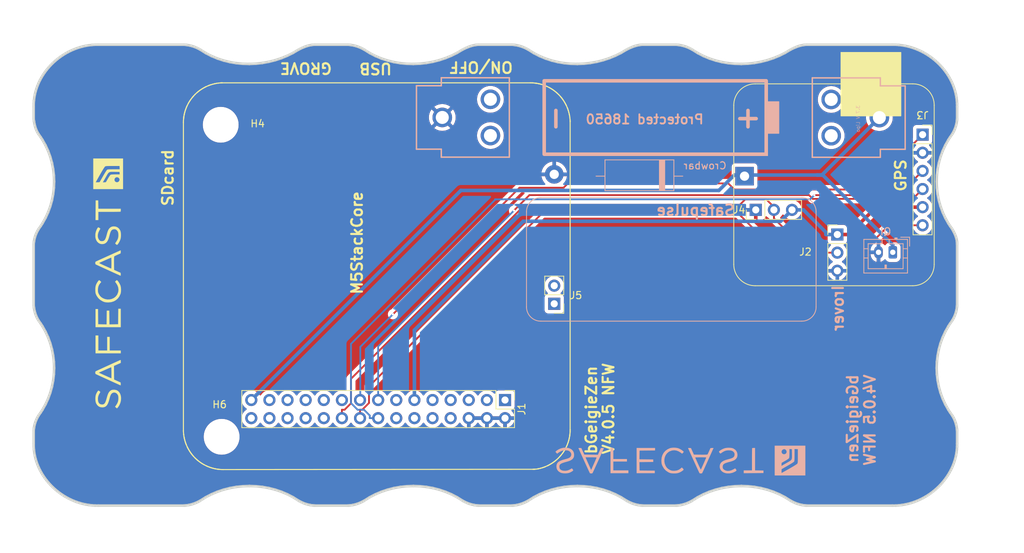
<source format=kicad_pcb>
(kicad_pcb (version 20240225) (generator "pcbnew") (generator_version "8.99")
  (title_block (title "bGeigieZen Draft V4.0.5 NFW") (date "2024-05-31") (rev "V4.0.5 rob") (comment 1 "Not For Whimps version."))
  (layers (0 "F.Cu" signal) (31 "B.Cu" signal) (34 "B.Paste" user) (35 "F.Paste" user) (36 "B.SilkS" user "B.Silkscreen") (37 "F.SilkS" user "F.Silkscreen") (38 "B.Mask" user) (39 "F.Mask" user) (44 "Edge.Cuts" user))
  (net 0 "")
  (net 1 "GND")
  (net 2 "/RX2")
  (net 3 "/TX2")
  (net 4 "3.3V")
  (net 5 "5V")
  (net 8 "/GIO34")
  (net 9 "/GIO13")
  (net 10 "/GIO5")
  (net 18 "/GIO2 on Core and GIO32 on Core-2")
  (net 24 "/SDA")
  (net 25 "/SCL")
  (net 27 "/BAT")
  (footprint "bGeigieZen:LOGO" (layer "F.Cu") (at 94.996 100.1256 90)
    (property "Reference" "G front" (hide yes))
    (property "Value" "LOGO" (hide yes))
  )
  (footprint "Connector_PinHeader_2.54mm:PinHeader_2x15_P2.54mm_Vertical" (layer "F.Cu") (at 150.6357 116.4622 -90)
    (property "Reference" "J1")
    (property "Value" "M5 2x15 pin")
  )
  (footprint "Connector_PinSocket_2.54mm:PinSocket_1x06_P2.54mm_Vertical" (layer "F.Cu") (at 209.1551 79.2718)
    (property "Reference" "J3")
    (property "Value" "GPS")
  )
  (footprint "MountingHole:MountingHole_3.2mm_M3" (layer "F.Cu") (at 110.7911 77.8852)
    (property "Reference" "H4")
    (property "Value" "MountingHole_Pad")
  )
  (footprint "Connector_PinHeader_2.54mm:PinHeader_1x02_P2.54mm_Vertical" (layer "F.Cu") (at 157.5308 102.9754 180)
    (property "Reference" "J5")
    (property "Value" "Extra support header")
  )
  (footprint "Connector_PinHeader_2.54mm:PinHeader_1x03_P2.54mm_Vertical" (layer "F.Cu") (at 185.7756 89.8132 90)
    (property "Reference" "J4")
    (property "Value" "Geiger Safepulse" (hide yes))
  )
  (footprint "Connector_PinHeader_2.54mm:PinHeader_1x03_P2.54mm_Vertical" (layer "F.Cu") (at 197.2056 93.2676)
    (property "Reference" "J2")
    (property "Value" "Geiger IRover")
  )
  (footprint "MountingHole:MountingHole_3.2mm_M3" (layer "F.Cu") (at 110.9207 121.6152)
    (property "Reference" "H6")
    (property "Value" "MountingHole_Pad")
  )
  (footprint "bGeigieRaku_M5_1015:18650 map" (layer "B.Cu") (at 164.3785 76.8692 -90)
    (property "Reference" "G***" (hide yes))
    (property "Value" "LOGO" (hide yes))
  )
  (footprint "Diode_THT:D_DO-201_P15.24mm_Horizontal" (layer "B.Cu") (at 177.0888 85.0888 180)
    (property "Reference" "Crowbar")
    (property "Value" "Crowbar")
  )
  (footprint "Library:BATTERY_18650-HOLDER" (layer "B.Cu") (at 172.47 76.8692 180)
    (property "Reference" "BT1" (hide yes))
    (property "Value" " 3.7 V Lipo")
  )
  (footprint "bGeigieZen:LOGO" (layer "B.Cu") (at 175.2092 124.9668)
    (property "Reference" "G back" (hide yes))
    (property "Value" "LOGO" (hide yes))
  )
  (footprint "Connector_JST:JST_PH_B2B-PH-K_1x02_P2.00mm_Vertical" (layer "B.Cu") (at 204.978 95.7568 180)
    (property "Reference" "QI")
    (property "Value" "QI GND")
  )
  (gr_line (start 153.6446 103.4088) (end 153.6446 90.086) (stroke (width 0.12)) (layer "B.SilkS"))
  (gr_arc (start 155.6446 105.4088) (mid 154.230386 104.823014) (end 153.6446 103.4088) (stroke (width 0.12)) (layer "B.SilkS"))
  (gr_arc (start 194.2338 103.4088) (mid 193.648014 104.823014) (end 192.2338 105.4088) (stroke (width 0.12)) (layer "B.SilkS"))
  (gr_arc (start 153.6446 90.086) (mid 154.230386 88.671786) (end 155.6446 88.086) (stroke (width 0.12)) (layer "B.SilkS"))
  (gr_line (start 194.2338 90.086) (end 194.2338 103.4088) (stroke (width 0.12)) (layer "B.SilkS"))
  (gr_line (start 155.6446 88.086) (end 192.2338 88.086) (stroke (width 0.12)) (layer "B.SilkS"))
  (gr_arc (start 192.2338 88.086) (mid 193.648014 88.671786) (end 194.2338 90.086) (stroke (width 0.12)) (layer "B.SilkS"))
  (gr_line (start 192.2338 105.4088) (end 155.6446 105.4088) (stroke (width 0.12)) (layer "B.SilkS"))
  (gr_line (start 155.050163 72.07278) (end 155.050163 72.07278) (stroke (width 0.150176)) (layer "F.SilkS"))
  (gr_line (start 155.816902 72.246623) (end 155.816902 72.246623) (stroke (width 0.150176)) (layer "F.SilkS"))
  (gr_line (start 106.468834 74.52824) (end 106.468834 74.52824) (stroke (width 0.150176)) (layer "F.SilkS"))
  (gr_line (start 105.953544 122.696697) (end 106.111839 123.059902) (stroke (width 0.150176)) (layer "F.SilkS"))
  (gr_line (start 110.535392 126.176555) (end 110.665764 126.188976) (stroke (width 0.150176)) (layer "F.SilkS"))
  (gr_line (start 156.788536 72.64706) (end 156.552604 72.529109) (stroke (width 0.150176)) (layer "F.SilkS"))
  (gr_line (start 159.743766 121.104228) (end 159.743766 121.104228) (stroke (width 0.150176)) (layer "F.SilkS"))
  (gr_line (start 157.91848 124.782756) (end 158.110939 124.602703) (stroke (width 0.150176)) (layer "F.SilkS"))
  (gr_line (start 156.903389 72.709163) (end 156.788536 72.64706) (stroke (width 0.150176)) (layer "F.SilkS"))
  (gr_line (start 159.417823 75.639553) (end 159.417823 75.639553) (stroke (width 0.150176)) (layer "F.SilkS"))
  (gr_line (start 154.789405 72.038631) (end 154.659019 72.02621) (stroke (width 0.150176)) (layer "F.SilkS"))
  (gr_line (start 107.865745 125.152156) (end 107.865745 125.152156) (stroke (width 0.150176)) (layer "F.SilkS"))
  (gr_line (start 106.263969 74.866603) (end 106.201866 74.981456) (stroke (width 0.150176)) (layer "F.SilkS"))
  (gr_line (start 154.659019 72.02621) (end 154.659019 72.02621) (stroke (width 0.150176)) (layer "F.SilkS"))
  (gr_line (start 105.733146 76.204524) (end 105.702079 76.331798) (stroke (width 0.150176)) (layer "F.SilkS"))
  (gr_line (start 158.6697 74.258174) (end 158.6697 74.258174) (stroke (width 0.150176)) (layer "F.SilkS"))
  (gr_line (start 185.69188 72.14988) (end 207.78428 72.14988) (stroke (width 0.12)) (layer "F.SilkS"))
  (gr_line (start 157.868812 73.388973) (end 157.769478 73.305171) (stroke (width 0.150176)) (layer "F.SilkS"))
  (gr_line (start 159.756187 77.306529) (end 159.749977 77.176143) (stroke (width 0.150176)) (layer "F.SilkS"))
  (gr_line (start 159.153968 75.040431) (end 159.153968 75.040431) (stroke (width 0.150176)) (layer "F.SilkS"))
  (gr_line (start 110.929619 126.204494) (end 110.929619 126.204494) (stroke (width 0.150176)) (layer "F.SilkS"))
  (gr_line (start 107.81298 73.100276) (end 107.81298 73.100276) (stroke (width 0.150176)) (layer "F.SilkS"))
  (gr_line (start 108.536247 125.568126) (end 108.772178 125.686092) (stroke (width 0.150176)) (layer "F.SilkS"))
  (gr_line (start 105.571708 77.241344) (end 105.565483 77.374813) (stroke (width 0.150176)) (layer "F.SilkS"))
  (gr_line (start 157.29763 125.263912) (end 157.29763 125.263912) (stroke (width 0.150176)) (layer "F.SilkS"))
  (gr_line (start 109.256431 125.884761) (end 109.256431 125.884761) (stroke (width 0.150176)) (layer "F.SilkS"))
  (gr_line (start 110.209434 72.082088) (end 110.209434 72.082088) (stroke (width 0.150176)) (layer "F.SilkS"))
  (gr_line (start 108.194786 125.372554) (end 108.306541 125.440853) (stroke (width 0.150176)) (layer "F.SilkS"))
  (gr_line (start 156.614692 125.658153) (end 156.729561 125.599163) (stroke (width 0.150176)) (layer "F.SilkS"))
  (gr_line (start 154.789405 72.038631) (end 154.789405 72.038631) (stroke (width 0.150176)) (layer "F.SilkS"))
  (gr_line (start 107.263511 124.64616) (end 107.263511 124.64616) (stroke (width 0.150176)) (layer "F.SilkS"))
  (gr_line (start 157.406273 125.189403) (end 157.511818 125.11491) (stroke (width 0.150176)) (layer "F.SilkS"))
  (gr_line (start 109.75933 126.036861) (end 109.75933 126.036861) (stroke (width 0.150176)) (layer "F.SilkS"))
  (gr_line (start 157.819145 124.86967) (end 157.91848 124.782756) (stroke (width 0.150176)) (layer "F.SilkS"))
  (gr_line (start 159.240883 122.997814) (end 159.240883 122.997814) (stroke (width 0.150176)) (layer "F.SilkS"))
  (gr_line (start 158.784553 123.795604) (end 158.784553 123.795604) (stroke (width 0.150176)) (layer "F.SilkS"))
  (gr_line (start 159.060829 123.348598) (end 159.122917 123.23373) (stroke (width 0.150176)) (layer "F.SilkS"))
  (gr_line (start 105.906974 122.575633) (end 105.906974 122.575633) (stroke (width 0.150176)) (layer "F.SilkS"))
  (gr_line (start 105.565483 77.374813) (end 105.565483 77.374813) (stroke (width 0.150176)) (layer "F.SilkS"))
  (gr_line (start 157.968147 73.479) (end 157.968147 73.479) (stroke (width 0.150176)) (layer "F.SilkS"))
  (gr_line (start 158.818702 74.472362) (end 158.818702 74.472362) (stroke (width 0.150176)) (layer "F.SilkS"))
  (gr_line (start 109.507866 125.968563) (end 109.632072 126.002712) (stroke (width 0.150176)) (layer "F.SilkS"))
  (gr_line (start 159.759285 120.840373) (end 159.759285 120.840373) (stroke (width 0.150176)) (layer "F.SilkS"))
  (gr_line (start 157.769478 73.305171) (end 157.66703 73.221355) (stroke (width 0.150176)) (layer "F.SilkS"))
  (gr_line (start 105.574821 121.039043) (end 105.599662 121.2998) (stroke (width 0.150176)) (layer "F.SilkS"))
  (gr_line (start 107.55532 124.91003) (end 107.657768 124.993846) (stroke (width 0.150176)) (layer "F.SilkS"))
  (gr_line (start 156.614692 125.658153) (end 156.614692 125.658153) (stroke (width 0.150176)) (layer "F.SilkS"))
  (gr_line (start 106.170829 123.174755) (end 106.170829 123.174755) (stroke (width 0.150176)) (layer "F.SilkS"))
  (gr_line (start 157.511818 125.11491) (end 157.511818 125.11491) (stroke (width 0.150176)) (layer "F.SilkS"))
  (gr_line (start 158.706947 123.904247) (end 158.784553 123.795604) (stroke (width 0.150176)) (layer "F.SilkS"))
  (gr_line (start 107.505668 73.345516) (end 107.406303 73.43243) (stroke (width 0.150176)) (layer "F.SilkS"))
  (gr_line (start 156.189415 72.37701) (end 156.068351 72.33044) (stroke (width 0.150176)) (layer "F.SilkS"))
  (gr_line (start 159.060829 123.348598) (end 159.060829 123.348598) (stroke (width 0.150176)) (layer "F.SilkS"))
  (gr_line (start 155.692741 72.212474) (end 155.692741 72.212474) (stroke (width 0.150176)) (layer "F.SilkS"))
  (gr_line (start 159.697212 121.495357) (end 159.697212 121.495357) (stroke (width 0.150176)) (layer "F.SilkS"))
  (gr_line (start 109.073295 72.398738) (end 109.073295 72.398738) (stroke (width 0.150176)) (layer "F.SilkS"))
  (gr_line (start 110.86132 72.013805) (end 110.730949 72.020015) (stroke (width 0.150176)) (layer "F.SilkS"))
  (gr_line (start 105.661735 121.690929) (end 105.686577 121.818202) (stroke (width 0.150176)) (layer "F.SilkS"))
  (gr_line (start 107.91851 73.025783) (end 107.91851 73.025783) (stroke (width 0.150176)) (layer "F.SilkS"))
  (gr_line (start 157.71981 124.953487) (end 157.71981 124.953487) (stroke (width 0.150176)) (layer "F.SilkS"))
  (gr_line (start 108.194786 125.372554) (end 108.194786 125.372554) (stroke (width 0.150176)) (layer "F.SilkS"))
  (gr_line (start 109.011223 125.791622) (end 109.011223 125.791622) (stroke (width 0.150176)) (layer "F.SilkS"))
  (gr_line (start 109.886589 126.067913) (end 109.886589 126.067913) (stroke (width 0.150176)) (layer "F.SilkS"))
  (gr_line (start 159.753074 120.973857) (end 159.759285 120.840373) (stroke (width 0.150176)) (layer "F.SilkS"))
  (gr_line (start 154.659019 72.02621) (end 154.528648 72.016902) (stroke (width 0.150176)) (layer "F.SilkS"))
  (gr_line (start 111.125175 126.207591) (end 154.590736 126.170344) (stroke (width 0.150176)) (layer "F.SilkS"))
  (gr_line (start 106.81652 124.165004) (end 106.81652 124.165004) (stroke (width 0.150176)) (layer "F.SilkS"))
  (gr_line (start 155.627556 126.021343) (end 155.627556 126.021343) (stroke (width 0.150176)) (layer "F.SilkS"))
  (gr_line (start 154.567788 126.172446) (end 154.701271 126.166236) (stroke (width 0.150176)) (layer "F.SilkS"))
  (gr_line (start 158.381004 124.314006) (end 158.381004 124.314006) (stroke (width 0.150176)) (layer "F.SilkS"))
  (gr_line (start 154.701271 126.166236) (end 154.701271 126.166236) (stroke (width 0.150176)) (layer "F.SilkS"))
  (gr_line (start 105.686577 121.818202) (end 105.686577 121.818202) (stroke (width 0.150176)) (layer "F.SilkS"))
  (gr_line (start 158.548637 124.112239) (end 158.629341 124.009792) (stroke (width 0.150176)) (layer "F.SilkS"))
  (gr_line (start 106.540214 74.419582) (end 106.540214 74.419582) (stroke (width 0.150176)) (layer "F.SilkS"))
  (gr_line (start 107.657768 124.993846) (end 107.760185 125.07455) (stroke (width 0.150176)) (layer "F.SilkS"))
  (gr_line (start 159.346428 122.758785) (end 159.346428 122.758785) (stroke (width 0.150176)) (layer "F.SilkS"))
  (gr_line (start 107.865745 125.152156) (end 107.974388 125.229762) (stroke (width 0.150176)) (layer "F.SilkS"))
  (gr_line (start 110.27462 126.142406) (end 110.27462 126.142406) (stroke (width 0.150176)) (layer "F.SilkS"))
  (gr_line (start 158.157509 73.659053) (end 158.061271 73.569026) (stroke (width 0.150176)) (layer "F.SilkS"))
  (gr_line (start 107.55532 124.91003) (end 107.55532 124.91003) (stroke (width 0.150176)) (layer "F.SilkS"))
  (gr_line (start 109.75933 126.036861) (end 109.886589 126.067913) (stroke (width 0.150176)) (layer "F.SilkS"))
  (gr_line (start 109.318535 72.308711) (end 109.318535 72.308711) (stroke (width 0.150176)) (layer "F.SilkS"))
  (gr_line (start 105.841789 75.825801) (end 105.841789 75.825801) (stroke (width 0.150176)) (layer "F.SilkS"))
  (gr_line (start 105.593437 76.980586) (end 105.593437 76.980586) (stroke (width 0.150176)) (layer "F.SilkS"))
  (gr_line (start 159.026695 74.807613) (end 158.961494 74.695857) (stroke (width 0.150176)) (layer "F.SilkS"))
  (gr_line (start 156.729561 125.599163) (end 156.847511 125.537074) (stroke (width 0.150176)) (layer "F.SilkS"))
  (gr_line (start 159.293647 122.879848) (end 159.346428 122.758785) (stroke (width 0.150176)) (layer "F.SilkS"))
  (gr_line (start 159.523369 122.262111) (end 159.523369 122.262111) (stroke (width 0.150176)) (layer "F.SilkS"))
  (gr_line (start 158.464821 124.214672) (end 158.548637 124.112239) (stroke (width 0.150176)) (layer "F.SilkS"))
  (gr_line (start 157.459053 73.063045) (end 157.459053 73.063045) (stroke (width 0.150176)) (layer "F.SilkS"))
  (gr_line (start 157.617363 125.034191) (end 157.617363 125.034191) (stroke (width 0.150176)) (layer "F.SilkS"))
  (gr_line (start 159.50164 75.887905) (end 159.46128 75.763729) (stroke (width 0.150176)) (layer "F.SilkS"))
  (gr_line (start 105.568596 120.908657) (end 105.574821 121.039043) (stroke (width 0.150176)) (layer "F.SilkS"))
  (gr_line (start 106.776146 74.102962) (end 106.776146 74.102962) (stroke (width 0.150176)) (layer "F.SilkS"))
  (gr_line (start 159.650642 121.753017) (end 159.675468 121.625743) (stroke (width 0.150176)) (layer "F.SilkS"))
  (gr_line (start 156.006263 125.90649) (end 156.130439 125.863033) (stroke (width 0.150176)) (layer "F.SilkS"))
  (gr_line (start 155.816902 72.246623) (end 155.692741 72.212474) (stroke (width 0.150176)) (layer "F.SilkS"))
  (gr_line (start 159.439552 122.513545) (end 159.439552 122.513545) (stroke (width 0.150176)) (layer "F.SilkS"))
  (gr_line (start 158.784553 123.795604) (end 158.855949 123.686962) (stroke (width 0.150176)) (layer "F.SilkS"))
  (gr_line (start 107.455986 124.826213) (end 107.55532 124.91003) (stroke (width 0.150176)) (layer "F.SilkS"))
  (gr_line (start 110.01696 126.095836) (end 110.01696 126.095836) (stroke (width 0.150176)) (layer "F.SilkS"))
  (gr_line (start 107.167289 124.556148) (end 107.167289 124.556148) (stroke (width 0.150176)) (layer "F.SilkS"))
  (gr_line (start 108.536247 125.568126) (end 108.536247 125.568126) (stroke (width 0.150176)) (layer "F.SilkS"))
  (gr_line (start 110.079063 72.106929) (end 110.079063 72.106929) (stroke (width 0.150176)) (layer "F.SilkS"))
  (gr_line (start 107.123832 73.708721) (end 107.033806 73.801845) (stroke (width 0.150176)) (layer "F.SilkS"))
  (gr_line (start 155.0924 126.1352) (end 155.0924 126.1352) (stroke (width 0.150176)) (layer "F.SilkS"))
  (gr_line (start 109.380607 125.928218) (end 109.380607 125.928218) (stroke (width 0.150176)) (layer "F.SilkS"))
  (gr_line (start 106.329155 74.751735) (end 106.329155 74.751735) (stroke (width 0.150176)) (layer "F.SilkS"))
  (gr_line (start 107.033806 73.801845) (end 106.943779 73.90118) (stroke (width 0.150176)) (layer "F.SilkS"))
  (gr_line (start 158.508278 74.050182) (end 158.424461 73.950847) (stroke (width 0.150176)) (layer "F.SilkS"))
  (gr_line (start 107.505668 73.345516) (end 107.505668 73.345516) (stroke (width 0.150176)) (layer "F.SilkS"))
  (gr_line (start 157.819145 124.86967) (end 157.819145 124.86967) (stroke (width 0.150176)) (layer "F.SilkS"))
  (gr_line (start 107.760185 125.07455) (end 107.760185 125.07455) (stroke (width 0.150176)) (layer "F.SilkS"))
  (gr_line (start 106.170829 123.174755) (end 106.232902 123.29272) (stroke (width 0.150176)) (layer "F.SilkS"))
  (gr_line (start 159.731346 121.2346) (end 159.731346 121.2346) (stroke (width 0.150176)) (layer "F.SilkS"))
  (gr_line (start 108.421379 125.506038) (end 108.421379 125.506038) (stroke (width 0.150176)) (layer "F.SilkS"))
  (gr_line (start 158.6697 74.258174) (end 158.588997 74.152614) (stroke (width 0.150176)) (layer "F.SilkS"))
  (gr_line (start 159.153968 75.040431) (end 159.09188 74.922481) (stroke (width 0.150176)) (layer "F.SilkS"))
  (gr_line (start 105.906974 122.575633) (end 105.953544 122.696697) (stroke (width 0.150176)) (layer "F.SilkS"))
  (gr_line (start 109.44268 72.268352) (end 109.318535 72.308711) (stroke (width 0.150176)) (layer "F.SilkS"))
  (gr_line (start 159.762397 77.440013) (end 159.756187 77.306529) (stroke (width 0.150176)) (layer "F.SilkS"))
  (gr_line (start 108.250663 72.808498) (end 108.250663 72.808498) (stroke (width 0.150176)) (layer "F.SilkS"))
  (gr_arc (start 210.78428 97.44548) (mid 209.9056 99.5668) (end 207.78428 100.44548) (stroke (width 0.12)) (layer "F.SilkS"))
  (gr_line (start 159.697212 121.495357) (end 159.715828 121.364986) (stroke (width 0.150176)) (layer "F.SilkS"))
  (gr_line (start 105.565483 77.374813) (end 105.5624 77.5704) (stroke (width 0.150176)) (layer "F.SilkS"))
  (gr_line (start 107.70742 73.180995) (end 107.604973 73.261714) (stroke (width 0.150176)) (layer "F.SilkS"))
  (gr_line (start 155.24572 126.108257) (end 155.24572 126.108257) (stroke (width 0.150176)) (layer "F.SilkS"))
  (gr_line (start 158.629341 124.009792) (end 158.629341 124.009792) (stroke (width 0.150176)) (layer "F.SilkS"))
  (gr_line (start 158.893211 74.584102) (end 158.818702 74.472362) (stroke (width 0.150176)) (layer "F.SilkS"))
  (gr_line (start 159.026695 74.807613) (end 159.026695 74.807613) (stroke (width 0.150176)) (layer "F.SilkS"))
  (gr_line (start 105.748649 122.07275) (end 105.823143 122.327297) (stroke (width 0.150176)) (layer "F.SilkS"))
  (gr_line (start 157.968147 73.479) (end 157.868812 73.388973) (stroke (width 0.150176)) (layer "F.SilkS"))
  (gr_line (start 157.185875 125.338405) (end 157.185875 125.338405) (stroke (width 0.150176)) (layer "F.SilkS"))
  (gr_line (start 105.686577 121.818202) (end 105.748649 122.07275) (stroke (width 0.150176)) (layer "F.SilkS"))
  (gr_line (start 106.580589 123.851482) (end 106.655082 123.957027) (stroke (width 0.150176)) (layer "F.SilkS"))
  (gr_line (start 105.748649 122.07275) (end 105.748649 122.07275) (stroke (width 0.150176)) (layer "F.SilkS"))
  (gr_line (start 159.725135 76.915401) (end 159.687889 76.654643) (stroke (width 0.150176)) (layer "F.SilkS"))
  (gr_line (start 105.5624 120.775173) (end 105.568596 120.908657) (stroke (width 0.150176)) (layer "F.SilkS"))
  (gr_line (start 159.650642 121.753017) (end 159.650642 121.753017) (stroke (width 0.150176)) (layer "F.SilkS"))
  (gr_line (start 159.687889 76.654643) (end 159.687889 76.654643) (stroke (width 0.150176)) (layer "F.SilkS"))
  (gr_line (start 157.241752 72.914028) (end 157.129997 72.842632) (stroke (width 0.150176)) (layer "F.SilkS"))
  (gr_line (start 159.663063 76.524257) (end 159.663063 76.524257) (stroke (width 0.150176)) (layer "F.SilkS"))
  (gr_line (start 106.506096 123.742824) (end 106.580589 123.851482) (stroke (width 0.150176)) (layer "F.SilkS"))
  (gr_line (start 109.194358 72.352168) (end 109.194358 72.352168) (stroke (width 0.150176)) (layer "F.SilkS"))
  (gr_line (start 158.629341 124.009792) (end 158.706947 123.904247) (stroke (width 0.150176)) (layer "F.SilkS"))
  (gr_line (start 158.818702 74.472362) (end 158.744209 74.363704) (stroke (width 0.150176)) (layer "F.SilkS"))
  (gr_line (start 105.5624 77.5704) (end 105.5624 77.5704) (stroke (width 0.150176)) (layer "F.SilkS"))
  (gr_line (start 157.350395 72.985439) (end 157.350395 72.985439) (stroke (width 0.150176)) (layer "F.SilkS"))
  (gr_line (start 109.135368 125.838191) (end 109.256431 125.884761) (stroke (width 0.150176)) (layer "F.SilkS"))
  (gr_line (start 158.588997 74.152614) (end 158.508278 74.050182) (stroke (width 0.150176)) (layer "F.SilkS"))
  (gr_line (start 157.129997 72.842632) (end 157.018242 72.774349) (stroke (width 0.150176)) (layer "F.SilkS"))
  (gr_line (start 106.397453 74.63998) (end 106.397453 74.63998) (stroke (width 0.150176)) (layer "F.SilkS"))
  (gr_line (start 105.568596 120.908657) (end 105.568596 120.908657) (stroke (width 0.150176)) (layer "F.SilkS"))
  (gr_line (start 105.863517 122.451473) (end 105.906974 122.575633) (stroke (width 0.150176)) (layer "F.SilkS"))
  (gr_line (start 105.823143 122.327297) (end 105.863517 122.451473) (stroke (width 0.150176)) (layer "F.SilkS"))
  (gr_line (start 109.886589 126.067913) (end 110.01696 126.095836) (stroke (width 0.150176)) (layer "F.SilkS"))
  (gr_line (start 155.627556 126.021343) (end 155.882103 125.946834) (stroke (width 0.150176)) (layer "F.SilkS"))
  (gr_line (start 110.01696 126.095836) (end 110.144249 126.120677) (stroke (width 0.150176)) (layer "F.SilkS"))
  (gr_line (start 159.122917 123.23373) (end 159.240883 122.997814) (stroke (width 0.150176)) (layer "F.SilkS"))
  (gr_line (start 156.130439 125.863033) (end 156.251503 125.816463) (stroke (width 0.150176)) (layer "F.SilkS"))
  (gr_line (start 107.35662 124.736186) (end 107.35662 124.736186) (stroke (width 0.150176)) (layer "F.SilkS"))
  (gr_line (start 107.604973 73.261714) (end 107.604973 73.261714) (stroke (width 0.150176)) (layer "F.SilkS"))
  (gr_line (start 159.753074 120.973857) (end 159.753074 120.973857) (stroke (width 0.150176)) (layer "F.SilkS"))
  (gr_line (start 107.263511 124.64616) (end 107.35662 124.736186) (stroke (width 0.150176)) (layer "F.SilkS"))
  (gr_line (start 159.756187 77.306529) (end 159.756187 77.306529) (stroke (width 0.150176)) (layer "F.SilkS"))
  (gr_line (start 159.749977 77.176143) (end 159.725135 76.915401) (stroke (width 0.150176)) (layer "F.SilkS"))
  (gr_line (start 110.27462 126.142406) (end 110.405021 126.161037) (stroke (width 0.150176)) (layer "F.SilkS"))
  (gr_line (start 159.557518 122.137935) (end 159.557518 122.137935) (stroke (width 0.150176)) (layer "F.SilkS"))
  (gr_line (start 106.431572 123.631084) (end 106.506096 123.742824) (stroke (width 0.150176)) (layer "F.SilkS"))
  (gr_line (start 156.189415 72.37701) (end 156.189415 72.37701) (stroke (width 0.150176)) (layer "F.SilkS"))
  (gr_line (start 107.760185 125.07455) (end 107.865745 125.152156) (stroke (width 0.150176)) (layer "F.SilkS"))
  (gr_line (start 154.831643 126.160041) (end 155.0924 126.1352) (stroke (width 0.150176)) (layer "F.SilkS"))
  (gr_line (start 182.69188 97.44548) (end 182.69188 75.14988) (stroke (width 0.12)) (layer "F.SilkS"))
  (gr_line (start 107.033806 73.801845) (end 107.033806 73.801845) (stroke (width 0.150176)) (layer "F.SilkS"))
  (gr_line (start 157.459053 73.063045) (end 157.350395 72.985439) (stroke (width 0.150176)) (layer "F.SilkS"))
  (gr_line (start 156.962364 125.471889) (end 156.962364 125.471889) (stroke (width 0.150176)) (layer "F.SilkS"))
  (gr_line (start 105.581016 77.110958) (end 105.581016 77.110958) (stroke (width 0.150176)) (layer "F.SilkS"))
  (gr_line (start 159.762397 120.644802) (end 159.762397 77.440013) (stroke (width 0.150176)) (layer "F.SilkS"))
  (gr_line (start 107.213859 73.612483) (end 107.123832 73.708721) (stroke (width 0.150176)) (layer "F.SilkS"))
  (gr_line (start 155.373008 126.083431) (end 155.627556 126.021343) (stroke (width 0.150176)) (layer "F.SilkS"))
  (gr_line (start 155.944175 72.286983) (end 155.816902 72.246623) (stroke (width 0.150176)) (layer "F.SilkS"))
  (gr_line (start 110.144249 126.120677) (end 110.144249 126.120677) (stroke (width 0.150176)) (layer "F.SilkS"))
  (gr_line (start 155.882103 125.946834) (end 155.882103 125.946834) (stroke (width 0.150176)) (layer "F.SilkS"))
  (gr_line (start 105.636894 121.560558) (end 105.661735 121.690929) (stroke (width 0.150176)) (layer "F.SilkS"))
  (gr_line (start 105.767265 76.077251) (end 105.767265 76.077251) (stroke (width 0.150176)) (layer "F.SilkS"))
  (gr_line (start 109.632072 126.002712) (end 109.632072 126.002712) (stroke (width 0.150176)) (layer "F.SilkS"))
  (gr_line (start 106.363273 123.519329) (end 106.431572 123.631084) (stroke (width 0.150176)) (layer "F.SilkS"))
  (gr_line (start 155.438194 72.147289) (end 155.438194 72.147289) (stroke (width 0.150176)) (layer "F.SilkS"))
  (gr_line (start 107.455986 124.826213) (end 107.455986 124.826213) (stroke (width 0.150176)) (layer "F.SilkS"))
  (gr_line (start 156.251503 125.816463) (end 156.614692 125.658153) (stroke (width 0.150176)) (layer "F.SilkS"))
  (gr_line (start 158.744209 74.363704) (end 158.6697 74.258174) (stroke (width 0.150176)) (layer "F.SilkS"))
  (gr_line (start 110.470207 72.044856) (end 110.470207 72.044856) (stroke (width 0.150176)) (layer "F.SilkS"))
  (gr_arc (start 207.78428 72.14988) (mid 209.9056 73.02856) (end 210.78428 75.14988) (stroke (width 0.12)) (layer "F.SilkS"))
  (gr_line (start 106.03112 75.335338) (end 105.978355 75.456401) (stroke (width 0.150176)) (layer "F.SilkS"))
  (gr_line (start 106.363273 123.519329) (end 106.363273 123.519329) (stroke (width 0.150176)) (layer "F.SilkS"))
  (gr_line (start 109.697258 72.193843) (end 109.697258 72.193843) (stroke (width 0.150176)) (layer "F.SilkS"))
  (gr_line (start 156.251503 125.816463) (end 156.251503 125.816463) (stroke (width 0.150176)) (layer "F.SilkS"))
  (gr_line (start 110.929619 126.204494) (end 111.125175 126.207591) (stroke (width 0.150176)) (layer "F.SilkS"))
  (gr_line (start 110.730949 72.020015) (end 110.730949 72.020015) (stroke (width 0.150176)) (layer "F.SilkS"))
  (gr_line (start 106.580589 123.851482) (end 106.580589 123.851482) (stroke (width 0.150176)) (layer "F.SilkS"))
  (gr_line (start 105.5624 77.5704) (end 105.5624 120.775173) (stroke (width 0.150176)) (layer "F.SilkS"))
  (gr_rect (start 197.724724 67.751456) (end 206.106724 76.641456) (stroke (width 0.12)) (fill solid) (layer "F.SilkS"))
  (gr_line (start 106.232902 123.29272) (end 106.232902 123.29272) (stroke (width 0.150176)) (layer "F.SilkS"))
  (gr_line (start 156.130439 125.863033) (end 156.130439 125.863033) (stroke (width 0.150176)) (layer "F.SilkS"))
  (gr_line (start 157.868812 73.388973) (end 157.868812 73.388973) (stroke (width 0.150176)) (layer "F.SilkS"))
  (gr_line (start 105.599662 121.2998) (end 105.636894 121.560558) (stroke (width 0.150176)) (layer "F.SilkS"))
  (gr_line (start 158.92736 123.575206) (end 158.92736 123.575206) (stroke (width 0.150176)) (layer "F.SilkS"))
  (gr_line (start 156.434654 72.476345) (end 156.434654 72.476345) (stroke (width 0.150176)) (layer "F.SilkS"))
  (gr_line (start 159.09188 74.922481) (end 159.09188 74.922481) (stroke (width 0.150176)) (layer "F.SilkS"))
  (gr_line (start 105.863517 122.451473) (end 105.863517 122.451473) (stroke (width 0.150176)) (layer "F.SilkS"))
  (gr_line (start 105.978355 75.456401) (end 105.931816 75.580577) (stroke (width 0.150176)) (layer "F.SilkS"))
  (gr_line (start 106.987236 124.363674) (end 107.167289 124.556148) (stroke (width 0.150176)) (layer "F.SilkS"))
  (gr_line (start 159.212944 75.1553) (end 159.153968 75.040431) (stroke (width 0.150176)) (layer "F.SilkS"))
  (gr_line (start 105.636894 121.560558) (end 105.636894 121.560558) (stroke (width 0.150176)) (layer "F.SilkS"))
  (gr_line (start 156.552604 72.529109) (end 156.552604 72.529109) (stroke (width 0.150176)) (layer "F.SilkS"))
  (gr_line (start 158.92736 123.575206) (end 158.995643 123.463451) (stroke (width 0.150176)) (layer "F.SilkS"))
  (gr_line (start 157.511818 125.11491) (end 157.617363 125.034191) (stroke (width 0.150176)) (layer "F.SilkS"))
  (gr_line (start 157.66703 73.221355) (end 157.564598 73.140651) (stroke (width 0.150176)) (layer "F.SilkS"))
  (gr_line (start 106.263969 74.866603) (end 106.263969 74.866603) (stroke (width 0.150176)) (layer "F.SilkS"))
  (gr_line (start 159.638221 76.396999) (end 159.638221 76.396999) (stroke (width 0.150176)) (layer "F.SilkS"))
  (gr_line (start 159.762397 77.440013) (end 159.762397 77.440013) (stroke (width 0.150176)) (layer "F.SilkS"))
  (gr_line (start 159.675468 121.625743) (end 159.675468 121.625743) (stroke (width 0.150176)) (layer "F.SilkS"))
  (gr_line (start 159.483009 122.389385) (end 159.523369 122.262111) (stroke (width 0.150176)) (layer "F.SilkS"))
  (gr_line (start 109.011223 125.791622) (end 109.135368 125.838191) (stroke (width 0.150176)) (layer "F.SilkS"))
  (gr_line (start 105.823143 122.327297) (end 105.823143 122.327297) (stroke (width 0.150176)) (layer "F.SilkS"))
  (gr_line (start 106.859977 74.000514) (end 106.776146 74.102962) (stroke (width 0.150176)) (layer "F.SilkS"))
  (gr_line (start 105.649315 76.589443) (end 105.627586 76.719829) (stroke (width 0.150176)) (layer "F.SilkS"))
  (gr_line (start 107.70742 73.180995) (end 107.70742 73.180995) (stroke (width 0.150176)) (layer "F.SilkS"))
  (gr_line (start 156.788536 72.64706) (end 156.788536 72.64706) (stroke (width 0.150176)) (layer "F.SilkS"))
  (gr_line (start 106.943779 73.90118) (end 106.859977 74.000514) (stroke (width 0.150176)) (layer "F.SilkS"))
  (gr_line (start 105.702079 76.331798) (end 105.674125 76.462184) (stroke (width 0.150176)) (layer "F.SilkS"))
  (gr_line (start 156.903389 72.709163) (end 156.903389 72.709163) (stroke (width 0.150176)) (layer "F.SilkS"))
  (gr_line (start 159.557518 122.137935) (end 159.591667 122.010662) (stroke (width 0.150176)) (layer "F.SilkS"))
  (gr_line (start 159.675468 121.625743) (end 159.697212 121.495357) (stroke (width 0.150176)) (layer "F.SilkS"))
  (gr_line (start 159.725135 76.915401) (end 159.725135 76.915401) (stroke (width 0.150176)) (layer "F.SilkS"))
  (gr_line (start 159.371254 75.518489) (end 159.371254 75.518489) (stroke (width 0.150176)) (layer "F.SilkS"))
  (gr_line (start 159.687889 76.654643) (end 159.663063 76.524257) (stroke (width 0.150176)) (layer "F.SilkS"))
  (gr_line (start 154.831643 126.160041) (end 154.831643 126.160041) (stroke (width 0.150176)) (layer "F.SilkS"))
  (gr_line (start 105.60894 76.850215) (end 105.593437 76.980586) (stroke (width 0.150176)) (layer "F.SilkS"))
  (gr_line (start 106.201866 74.981456) (end 106.201866 74.981456) (stroke (width 0.150176)) (layer "F.SilkS"))
  (gr_line (start 109.194358 72.352168) (end 109.073295 72.398738) (stroke (width 0.150176)) (layer "F.SilkS"))
  (gr_line (start 155.565467 72.178325) (end 155.565467 72.178325) (stroke (width 0.150176)) (layer "F.SilkS"))
  (gr_line (start 105.649315 76.589443) (end 105.649315 76.589443) (stroke (width 0.150176)) (layer "F.SilkS"))
  (gr_line (start 106.232902 123.29272) (end 106.298088 123.407573) (stroke (width 0.150176)) (layer "F.SilkS"))
  (gr_line (start 155.180534 72.094509) (end 155.180534 72.094509) (stroke (width 0.150176)) (layer "F.SilkS"))
  (gr_line (start 105.581016 77.110958) (end 105.571708 77.241344) (stroke (width 0.150176)) (layer "F.SilkS"))
  (gr_line (start 154.528648 72.016902) (end 154.528648 72.016902) (stroke (width 0.150176)) (layer "F.SilkS"))
  (gr_line (start 157.074119 125.406703) (end 157.074119 125.406703) (stroke (width 0.150176)) (layer "F.SilkS"))
  (gr_line (start 156.962364 125.471889) (end 157.074119 125.406703) (stroke (width 0.150176)) (layer "F.SilkS"))
  (gr_line (start 105.733146 76.204524) (end 105.733146 76.204524) (stroke (width 0.150176)) (layer "F.SilkS"))
  (gr_line (start 106.201866 74.981456) (end 106.083915 75.217372) (stroke (width 0.150176)) (layer "F.SilkS"))
  (gr_line (start 108.306541 125.440853) (end 108.306541 125.440853) (stroke (width 0.150176)) (layer "F.SilkS"))
  (gr_line (start 158.061271 73.569026) (end 157.968147 73.479) (stroke (width 0.150176)) (layer "F.SilkS"))
  (gr_line (start 106.506096 123.742824) (end 106.506096 123.742824) (stroke (width 0.150176)) (layer "F.SilkS"))
  (gr_line (start 105.674125 76.462184) (end 105.649315 76.589443) (stroke (width 0.150176)) (layer "F.SilkS"))
  (gr_line (start 110.994804 72.007595) (end 110.994804 72.007595) (stroke (width 0.150176)) (layer "F.SilkS"))
  (gr_line (start 158.424461 73.950847) (end 158.337547 73.851512) (stroke (width 0.150176)) (layer "F.SilkS"))
  (gr_line (start 105.60894 76.850215) (end 105.60894 76.850215) (stroke (width 0.150176)) (layer "F.SilkS"))
  (gr_line (start 155.438194 72.147289) (end 155.307808 72.11935) (stroke (width 0.150176)) (layer "F.SilkS"))
  (gr_line (start 105.978355 75.456401) (end 105.978355 75.456401) (stroke (width 0.150176)) (layer "F.SilkS"))
  (gr_line (start 157.91848 124.782756) (end 157.91848 124.782756) (stroke (width 0.150176)) (layer "F.SilkS"))
  (gr_line (start 106.987236 124.363674) (end 106.987236 124.363674) (stroke (width 0.150176)) (layer "F.SilkS"))
  (gr_line (start 108.027153 72.95129) (end 107.91851 73.025783) (stroke (width 0.150176)) (layer "F.SilkS"))
  (gr_line (start 157.129997 72.842632) (end 157.129997 72.842632) (stroke (width 0.150176)) (layer "F.SilkS"))
  (gr_line (start 158.290992 124.413341) (end 158.381004 124.314006) (stroke (width 0.150176)) (layer "F.SilkS"))
  (gr_line (start 105.767265 76.077251) (end 105.733146 76.204524) (stroke (width 0.150176)) (layer "F.SilkS"))
  (gr_line (start 106.655082 123.957027) (end 106.655082 123.957027) (stroke (width 0.150176)) (layer "F.SilkS"))
  (gr_line (start 155.373008 126.083431) (end 155.373008 126.083431) (stroke (width 0.150176)) (layer "F.SilkS"))
  (gr_line (start 158.337547 73.851512) (end 158.157509 73.659053) (stroke (width 0.150176)) (layer "F.SilkS"))
  (gr_line (start 159.392982 122.634624) (end 159.439552 122.513545) (stroke (width 0.150176)) (layer "F.SilkS"))
  (gr_line (start 155.307808 72.11935) (end 155.307808 72.11935) (stroke (width 0.150176)) (layer "F.SilkS"))
  (gr_line (start 158.157509 73.659053) (end 158.157509 73.659053) (stroke (width 0.150176)) (layer "F.SilkS"))
  (gr_line (start 105.841789 75.825801) (end 105.801414 75.95309) (stroke (width 0.150176)) (layer "F.SilkS"))
  (gr_line (start 158.893211 74.584102) (end 158.893211 74.584102) (stroke (width 0.150176)) (layer "F.SilkS"))
  (gr_line (start 105.593437 76.980586) (end 105.581016 77.110958) (stroke (width 0.150176)) (layer "F.SilkS"))
  (gr_line (start 107.974388 125.229762) (end 107.974388 125.229762) (stroke (width 0.150176)) (layer "F.SilkS"))
  (gr_arc (start 185.69188 100.44548) (mid 183.57056 99.5668) (end 182.69188 97.44548) (stroke (width 0.12)) (layer "F.SilkS"))
  (gr_line (start 157.018242 72.774349) (end 157.018242 72.774349) (stroke (width 0.150176)) (layer "F.SilkS"))
  (gr_line (start 158.548637 124.112239) (end 158.548637 124.112239) (stroke (width 0.150176)) (layer "F.SilkS"))
  (gr_line (start 110.144249 126.120677) (end 110.27462 126.142406) (stroke (width 0.150176)) (layer "F.SilkS"))
  (gr_line (start 108.772178 125.686092) (end 108.772178 125.686092) (stroke (width 0.150176)) (layer "F.SilkS"))
  (gr_line (start 159.576133 76.142452) (end 159.50164 75.887905) (stroke (width 0.150176)) (layer "F.SilkS"))
  (gr_line (start 109.135368 125.838191) (end 109.135368 125.838191) (stroke (width 0.150176)) (layer "F.SilkS"))
  (gr_line (start 107.406303 73.43243) (end 107.406303 73.43243) (stroke (width 0.150176)) (layer "F.SilkS"))
  (gr_line (start 106.695427 74.205394) (end 106.695427 74.205394) (stroke (width 0.150176)) (layer "F.SilkS"))
  (gr_line (start 158.290992 124.413341) (end 158.290992 124.413341) (stroke (width 0.150176)) (layer "F.SilkS"))
  (gr_line (start 105.599662 121.2998) (end 105.599662 121.2998) (stroke (width 0.150176)) (layer "F.SilkS"))
  (gr_line (start 158.744209 74.363704) (end 158.744209 74.363704) (stroke (width 0.150176)) (layer "F.SilkS"))
  (gr_line (start 110.405021 126.161037) (end 110.535392 126.176555) (stroke (width 0.150176)) (layer "F.SilkS"))
  (gr_line (start 106.397453 74.63998) (end 106.329155 74.751735) (stroke (width 0.150176)) (layer "F.SilkS"))
  (gr_line (start 108.027153 72.95129) (end 108.027153 72.95129) (stroke (width 0.150176)) (layer "F.SilkS"))
  (gr_line (start 155.882103 125.946834) (end 156.006263 125.90649) (stroke (width 0.150176)) (layer "F.SilkS"))
  (gr_line (start 108.710075 72.557048) (end 108.710075 72.557048) (stroke (width 0.150176)) (layer "F.SilkS"))
  (gr_line (start 107.81298 73.100276) (end 107.70742 73.180995) (stroke (width 0.150176)) (layer "F.SilkS"))
  (gr_line (start 159.240883 122.997814) (end 159.293647 122.879848) (stroke (width 0.150176)) (layer "F.SilkS"))
  (gr_line (start 156.434654 72.476345) (end 156.313591 72.423564) (stroke (width 0.150176)) (layer "F.SilkS"))
  (gr_line (start 159.622703 121.883388) (end 159.650642 121.753017) (stroke (width 0.150176)) (layer "F.SilkS"))
  (gr_line (start 158.381004 124.314006) (end 158.464821 124.214672) (stroke (width 0.150176)) (layer "F.SilkS"))
  (gr_line (start 105.661735 121.690929) (end 105.661735 121.690929) (stroke (width 0.150176)) (layer "F.SilkS"))
  (gr_line (start 156.313591 72.423564) (end 156.189415 72.37701) (stroke (width 0.150176)) (layer "F.SilkS"))
  (gr_line (start 105.931816 75.580577) (end 105.931816 75.580577) (stroke (width 0.150176)) (layer "F.SilkS"))
  (gr_line (start 106.431572 123.631084) (end 106.431572 123.631084) (stroke (width 0.150176)) (layer "F.SilkS"))
  (gr_line (start 105.574821 121.039043) (end 105.574821 121.039043) (stroke (width 0.150176)) (layer "F.SilkS"))
  (gr_line (start 158.424461 73.950847) (end 158.424461 73.950847) (stroke (width 0.150176)) (layer "F.SilkS"))
  (gr_line (start 159.392982 122.634624) (end 159.392982 122.634624) (stroke (width 0.150176)) (layer "F.SilkS"))
  (gr_line (start 106.111839 123.059902) (end 106.111839 123.059902) (stroke (width 0.150176)) (layer "F.SilkS"))
  (gr_line (start 106.900322 124.264339) (end 106.900322 124.264339) (stroke (width 0.150176)) (layer "F.SilkS"))
  (gr_line (start 107.123832 73.708721) (end 107.123832 73.708721) (stroke (width 0.150176)) (layer "F.SilkS"))
  (gr_line (start 108.890129 125.738857) (end 109.011223 125.791622) (stroke (width 0.150176)) (layer "F.SilkS"))
  (gr_line (start 106.329155 74.751735) (end 106.263969 74.866603) (stroke (width 0.150176)) (layer "F.SilkS"))
  (gr_line (start 107.167289 124.556148) (end 107.263511 124.64616) (stroke (width 0.150176)) (layer "F.SilkS"))
  (gr_line (start 157.66703 73.221355) (end 157.66703 73.221355) (stroke (width 0.150176)) (layer "F.SilkS"))
  (gr_line (start 106.655082 123.957027) (end 106.735801 124.062572) (stroke (width 0.150176)) (layer "F.SilkS"))
  (gr_line (start 159.439552 122.513545) (end 159.483009 122.389385) (stroke (width 0.150176)) (layer "F.SilkS"))
  (gr_line (start 110.535392 126.176555) (end 110.535392 126.176555) (stroke (width 0.150176)) (layer "F.SilkS"))
  (gr_line (start 157.564598 73.140651) (end 157.459053 73.063045) (stroke (width 0.150176)) (layer "F.SilkS"))
  (gr_line (start 159.663063 76.524257) (end 159.638221 76.396999) (stroke (width 0.150176)) (layer "F.SilkS"))
  (gr_line (start 156.068351 72.33044) (end 155.944175 72.286983) (stroke (width 0.150176)) (layer "F.SilkS"))
  (gr_line (start 154.701271 126.166236) (end 154.831643 126.160041) (stroke (width 0.150176)) (layer "F.SilkS"))
  (gr_line (start 105.885246 75.701641) (end 105.841789 75.825801) (stroke (width 0.150176)) (layer "F.SilkS"))
  (gr_line (start 155.307808 72.11935) (end 155.180534 72.094509) (stroke (width 0.150176)) (layer "F.SilkS"))
  (gr_line (start 159.638221 76.396999) (end 159.576133 76.142452) (stroke (width 0.150176)) (layer "F.SilkS"))
  (gr_line (start 156.006263 125.90649) (end 156.006263 125.90649) (stroke (width 0.150176)) (layer "F.SilkS"))
  (gr_line (start 155.944175 72.286983) (end 155.944175 72.286983) (stroke (width 0.150176)) (layer "F.SilkS"))
  (gr_line (start 157.71981 124.953487) (end 157.819145 124.86967) (stroke (width 0.150176)) (layer "F.SilkS"))
  (gr_line (start 154.395164 72.010707) (end 154.199592 72.007595) (stroke (width 0.150176)) (layer "F.SilkS"))
  (gr_line (start 105.5624 120.775173) (end 105.5624 120.775173) (stroke (width 0.150176)) (layer "F.SilkS"))
  (gr_line (start 158.337547 73.851512) (end 158.337547 73.851512) (stroke (width 0.150176)) (layer "F.SilkS"))
  (gr_line (start 159.417823 75.639553) (end 159.371254 75.518489) (stroke (width 0.150176)) (layer "F.SilkS"))
  (gr_line (start 159.576133 76.142452) (end 159.576133 76.142452) (stroke (width 0.150176)) (layer "F.SilkS"))
  (gr_line (start 107.35662 124.736186) (end 107.455986 124.826213) (stroke (width 0.150176)) (layer "F.SilkS"))
  (gr_line (start 155.24572 126.108257) (end 155.373008 126.083431) (stroke (width 0.150176)) (layer "F.SilkS"))
  (gr_line (start 159.731346 121.2346) (end 159.743766 121.104228) (stroke (width 0.150176)) (layer "F.SilkS"))
  (gr_line (start 154.919777 72.054164) (end 154.789405 72.038631) (stroke (width 0.150176)) (layer "F.SilkS"))
  (gr_line (start 108.710075 72.557048) (end 108.595237 72.616023) (stroke (width 0.150176)) (layer "F.SilkS"))
  (gr_line (start 158.200966 124.506481) (end 158.290992 124.413341) (stroke (width 0.150176)) (layer "F.SilkS"))
  (gr_line (start 156.729561 125.599163) (end 156.729561 125.599163) (stroke (width 0.150176)) (layer "F.SilkS"))
  (gr_line (start 110.730949 72.020015) (end 110.470207 72.044856) (stroke (width 0.150176)) (layer "F.SilkS"))
  (gr_line (start 108.08303 125.301158) (end 108.08303 125.301158) (stroke (width 0.150176)) (layer "F.SilkS"))
  (gr_line (start 110.994804 72.007595) (end 110.86132 72.013805) (stroke (width 0.150176)) (layer "F.SilkS"))
  (gr_line (start 159.212944 75.1553) (end 159.212944 75.1553) (stroke (width 0.150176)) (layer "F.SilkS"))
  (gr_line (start 106.617851 74.310939) (end 106.540214 74.419582) (stroke (width 0.150176)) (layer "F.SilkS"))
  (gr_line (start 159.715828 121.364986) (end 159.731346 121.2346) (stroke (width 0.150176)) (layer "F.SilkS"))
  (gr_line (start 159.523369 122.262111) (end 159.557518 122.137935) (stroke (width 0.150176)) (layer "F.SilkS"))
  (gr_line (start 157.074119 125.406703) (end 157.185875 125.338405) (stroke (width 0.150176)) (layer "F.SilkS"))
  (gr_line (start 110.665764 126.188976) (end 110.665764 126.188976) (stroke (width 0.150176)) (layer "F.SilkS"))
  (gr_line (start 110.796135 126.198284) (end 110.929619 126.204494) (stroke (width 0.150176)) (layer "F.SilkS"))
  (gr_line (start 108.306541 125.440853) (end 108.421379 125.506038) (stroke (width 0.150176)) (layer "F.SilkS"))
  (gr_line (start 159.749977 77.176143) (end 159.749977 77.176143) (stroke (width 0.150176)) (layer "F.SilkS"))
  (gr_line (start 155.050163 72.07278) (end 154.919777 72.054164) (stroke (width 0.150176)) (layer "F.SilkS"))
  (gr_line (start 106.735801 124.062572) (end 106.81652 124.165004) (stroke (width 0.150176)) (layer "F.SilkS"))
  (gr_line (start 155.565467 72.178325) (end 155.438194 72.147289) (stroke (width 0.150176)) (layer "F.SilkS"))
  (gr_line (start 106.540214 74.419582) (end 106.468834 74.52824) (stroke (width 0.150176)) (layer "F.SilkS"))
  (gr_line (start 110.079063 72.106929) (end 109.951774 72.131771) (stroke (width 0.150176)) (layer "F.SilkS"))
  (gr_line (start 107.406303 73.43243) (end 107.213859 73.612483) (stroke (width 0.150176)) (layer "F.SilkS"))
  (gr_line (start 159.293647 122.879848) (end 159.293647 122.879848) (stroke (width 0.150176)) (layer "F.SilkS"))
  (gr_line (start 159.346428 122.758785) (end 159.392982 122.634624) (stroke (width 0.150176)) (layer "F.SilkS"))
  (gr_line (start 158.961494 74.695857) (end 158.893211 74.584102) (stroke (width 0.150176)) (layer "F.SilkS"))
  (gr_line (start 158.961494 74.695857) (end 158.961494 74.695857) (stroke (width 0.150176)) (layer "F.SilkS"))
  (gr_line (start 106.298088 123.407573) (end 106.363273 123.519329) (stroke (width 0.150176)) (layer "F.SilkS"))
  (gr_line (start 159.591667 122.010662) (end 159.591667 122.010662) (stroke (width 0.150176)) (layer "F.SilkS"))
  (gr_line (start 106.083915 75.217372) (end 106.083915 75.217372) (stroke (width 0.150176)) (layer "F.SilkS"))
  (gr_line (start 154.395164 72.010707) (end 154.395164 72.010707) (stroke (width 0.150176)) (layer "F.SilkS"))
  (gr_line (start 108.772178 125.686092) (end 108.890129 125.738857) (stroke (width 0.150176)) (layer "F.SilkS"))
  (gr_line (start 158.995643 123.463451) (end 159.060829 123.348598) (stroke (width 0.150176)) (layer "F.SilkS"))
  (gr_line (start 105.627586 76.719829) (end 105.627586 76.719829) (stroke (width 0.150176)) (layer "F.SilkS"))
  (gr_line (start 106.083915 75.217372) (end 106.03112 75.335338) (stroke (width 0.150176)) (layer "F.SilkS"))
  (gr_line (start 158.508278 74.050182) (end 158.508278 74.050182) (stroke (width 0.150176)) (layer "F.SilkS"))
  (gr_line (start 105.571708 77.241344) (end 105.571708 77.241344) (stroke (width 0.150176)) (layer "F.SilkS"))
  (gr_line (start 157.185875 125.338405) (end 157.29763 125.263912) (stroke (width 0.150176)) (layer "F.SilkS"))
  (gr_line (start 155.180534 72.094509) (end 155.050163 72.07278) (stroke (width 0.150176)) (layer "F.SilkS"))
  (gr_line (start 154.199592 72.007595) (end 154.199592 72.007595) (stroke (width 0.150176)) (layer "F.SilkS"))
  (gr_line (start 154.919777 72.054164) (end 154.919777 72.054164) (stroke (width 0.150176)) (layer "F.SilkS"))
  (gr_line (start 105.801414 75.95309) (end 105.801414 75.95309) (stroke (width 0.150176)) (layer "F.SilkS"))
  (gr_line (start 105.702079 76.331798) (end 105.702079 76.331798) (stroke (width 0.150176)) (layer "F.SilkS"))
  (gr_line (start 155.692741 72.212474) (end 155.565467 72.178325) (stroke (width 0.150176)) (layer "F.SilkS"))
  (gr_line (start 109.697258 72.193843) (end 109.44268 72.268352) (stroke (width 0.150176)) (layer "F.SilkS"))
  (gr_line (start 110.665764 126.188976) (end 110.796135 126.198284) (stroke (width 0.150176)) (layer "F.SilkS"))
  (gr_line (start 109.318535 72.308711) (end 109.194358 72.352168) (stroke (width 0.150176)) (layer "F.SilkS"))
  (gr_line (start 109.073295 72.398738) (end 108.710075 72.557048) (stroke (width 0.150176)) (layer "F.SilkS"))
  (gr_arc (start 182.69188 75.14988) (mid 183.57056 73.02856) (end 185.69188 72.14988) (stroke (width 0.12)) (layer "F.SilkS"))
  (gr_line (start 108.362419 72.743297) (end 108.362419 72.743297) (stroke (width 0.150176)) (layer "F.SilkS"))
  (gr_line (start 110.470207 72.044856) (end 110.209434 72.082088) (stroke (width 0.150176)) (layer "F.SilkS"))
  (gr_line (start 158.110939 124.602703) (end 158.110939 124.602703) (stroke (width 0.150176)) (layer "F.SilkS"))
  (gr_line (start 158.061271 73.569026) (end 158.061271 73.569026) (stroke (width 0.150176)) (layer "F.SilkS"))
  (gr_line (start 156.847511 125.537074) (end 156.962364 125.471889) (stroke (width 0.150176)) (layer "F.SilkS"))
  (gr_line (start 105.885246 75.701641) (end 105.885246 75.701641) (stroke (width 0.150176)) (layer "F.SilkS"))
  (gr_line (start 157.350395 72.985439) (end 157.241752 72.914028) (stroke (width 0.150176)) (layer "F.SilkS"))
  (gr_line (start 159.715828 121.364986) (end 159.715828 121.364986) (stroke (width 0.150176)) (layer "F.SilkS"))
  (gr_line (start 110.796135 126.198284) (end 110.796135 126.198284) (stroke (width 0.150176)) (layer "F.SilkS"))
  (gr_line (start 106.776146 74.102962) (end 106.695427 74.205394) (stroke (width 0.150176)) (layer "F.SilkS"))
  (gr_line (start 106.03112 75.335338) (end 106.03112 75.335338) (stroke (width 0.150176)) (layer "F.SilkS"))
  (gr_line (start 111.125175 126.207591) (end 111.125175 126.207591) (stroke (width 0.150176)) (layer "F.SilkS"))
  (gr_line (start 105.674125 76.462184) (end 105.674125 76.462184) (stroke (width 0.150176)) (layer "F.SilkS"))
  (gr_line (start 106.81652 124.165004) (end 106.900322 124.264339) (stroke (width 0.150176)) (layer "F.SilkS"))
  (gr_line (start 157.241752 72.914028) (end 157.241752 72.914028) (stroke (width 0.150176)) (layer "F.SilkS"))
  (gr_line (start 109.507866 125.968563) (end 109.507866 125.968563) (stroke (width 0.150176)) (layer "F.SilkS"))
  (gr_line (start 108.08303 125.301158) (end 108.194786 125.372554) (stroke (width 0.150176)) (layer "F.SilkS"))
  (gr_line (start 159.46128 75.763729) (end 159.417823 75.639553) (stroke (width 0.150176)) (layer "F.SilkS"))
  (gr_line (start 157.018242 72.774349) (end 156.903389 72.709163) (stroke (width 0.150176)) (layer "F.SilkS"))
  (gr_line (start 158.855949 123.686962) (end 158.92736 123.575206) (stroke (width 0.150176)) (layer "F.SilkS"))
  (gr_line (start 156.068351 72.33044) (end 156.068351 72.33044) (stroke (width 0.150176)) (layer "F.SilkS"))
  (gr_line (start 157.564598 73.140651) (end 157.564598 73.140651) (stroke (width 0.150176)) (layer "F.SilkS"))
  (gr_line (start 105.801414 75.95309) (end 105.767265 76.077251) (stroke (width 0.150176)) (layer "F.SilkS"))
  (gr_line (start 106.617851 74.310939) (end 106.617851 74.310939) (stroke (width 0.150176)) (layer "F.SilkS"))
  (gr_line (start 106.859977 74.000514) (end 106.859977 74.000514) (stroke (width 0.150176)) (layer "F.SilkS"))
  (gr_line (start 108.250663 72.808498) (end 108.138908 72.876781) (stroke (width 0.150176)) (layer "F.SilkS"))
  (gr_line (start 155.115348 126.133098) (end 155.24572 126.108257) (stroke (width 0.150176)) (layer "F.SilkS"))
  (gr_line (start 207.78428 100.44548) (end 185.69188 100.44548) (stroke (width 0.12)) (layer "F.SilkS"))
  (gr_line (start 159.122917 123.23373) (end 159.122917 123.23373) (stroke (width 0.150176)) (layer "F.SilkS"))
  (gr_line (start 106.298088 123.407573) (end 106.298088 123.407573) (stroke (width 0.150176)) (layer "F.SilkS"))
  (gr_line (start 157.29763 125.263912) (end 157.406273 125.189403) (stroke (width 0.150176)) (layer "F.SilkS"))
  (gr_line (start 159.483009 122.389385) (end 159.483009 122.389385) (stroke (width 0.150176)) (layer "F.SilkS"))
  (gr_line (start 158.200966 124.506481) (end 158.200966 124.506481) (stroke (width 0.150176)) (layer "F.SilkS"))
  (gr_line (start 107.91851 73.025783) (end 107.81298 73.100276) (stroke (width 0.150176)) (layer "F.SilkS"))
  (gr_line (start 108.138908 72.876781) (end 108.138908 72.876781) (stroke (width 0.150176)) (layer "F.SilkS"))
  (gr_line (start 108.362419 72.743297) (end 108.250663 72.808498) (stroke (width 0.150176)) (layer "F.SilkS"))
  (gr_line (start 158.855949 123.686962) (end 158.855949 123.686962) (stroke (width 0.150176)) (layer "F.SilkS"))
  (gr_line (start 108.477287 72.678111) (end 108.362419 72.743297) (stroke (width 0.150176)) (layer "F.SilkS"))
  (gr_line (start 106.468834 74.52824) (end 106.397453 74.63998) (stroke (width 0.150176)) (layer "F.SilkS"))
  (gr_line (start 157.617363 125.034191) (end 157.71981 124.953487) (stroke (width 0.150176)) (layer "F.SilkS"))
  (gr_line (start 159.09188 74.922481) (end 159.026695 74.807613) (stroke (width 0.150176)) (layer "F.SilkS"))
  (gr_line (start 106.695427 74.205394) (end 106.617851 74.310939) (stroke (width 0.150176)) (layer "F.SilkS"))
  (gr_line (start 108.477287 72.678111) (end 108.477287 72.678111) (stroke (width 0.150176)) (layer "F.SilkS"))
  (gr_line (start 159.743766 121.104228) (end 159.753074 120.973857) (stroke (width 0.150176)) (layer "F.SilkS"))
  (gr_line (start 108.138908 72.876781) (end 108.027153 72.95129) (stroke (width 0.150176)) (layer "F.SilkS"))
  (gr_line (start 109.951774 72.131771) (end 109.697258 72.193843) (stroke (width 0.150176)) (layer "F.SilkS"))
  (gr_line (start 210.78428 75.14988) (end 210.78428 97.44548) (stroke (width 0.12)) (layer "F.SilkS"))
  (gr_line (start 159.622703 121.883388) (end 159.622703 121.883388) (stroke (width 0.150176)) (layer "F.SilkS"))
  (gr_line (start 105.931816 75.580577) (end 105.885246 75.701641) (stroke (width 0.150176)) (layer "F.SilkS"))
  (gr_line (start 106.900322 124.264339) (end 106.987236 124.363674) (stroke (width 0.150176)) (layer "F.SilkS"))
  (gr_line (start 159.759285 120.840373) (end 159.762397 120.644802) (stroke (width 0.150176)) (layer "F.SilkS"))
  (gr_line (start 159.50164 75.887905) (end 159.50164 75.887905) (stroke (width 0.150176)) (layer "F.SilkS"))
  (gr_line (start 107.213859 73.612483) (end 107.213859 73.612483) (stroke (width 0.150176)) (layer "F.SilkS"))
  (gr_line (start 106.735801 124.062572) (end 106.735801 124.062572) (stroke (width 0.150176)) (layer "F.SilkS"))
  (gr_line (start 156.552604 72.529109) (end 156.434654 72.476345) (stroke (width 0.150176)) (layer "F.SilkS"))
  (gr_line (start 154.567788 126.172446) (end 154.567788 126.172446) (stroke (width 0.150176)) (layer "F.SilkS"))
  (gr_line (start 159.46128 75.763729) (end 159.46128 75.763729) (stroke (width 0.150176)) (layer "F.SilkS"))
  (gr_line (start 110.209434 72.082088) (end 110.079063 72.106929) (stroke (width 0.150176)) (layer "F.SilkS"))
  (gr_line (start 108.595237 72.616023) (end 108.595237 72.616023) (stroke (width 0.150176)) (layer "F.SilkS"))
  (gr_line (start 105.627586 76.719829) (end 105.60894 76.850215) (stroke (width 0.150176)) (layer "F.SilkS"))
  (gr_line (start 154.528648 72.016902) (end 154.395164 72.010707) (stroke (width 0.150176)) (layer "F.SilkS"))
  (gr_line (start 156.313591 72.423564) (end 156.313591 72.423564) (stroke (width 0.150176)) (layer "F.SilkS"))
  (gr_line (start 155.115348 126.133098) (end 155.115348 126.133098) (stroke (width 0.150176)) (layer "F.SilkS"))
  (gr_line (start 105.953544 122.696697) (end 105.953544 122.696697) (stroke (width 0.150176)) (layer "F.SilkS"))
  (gr_line (start 110.405021 126.161037) (end 110.405021 126.161037) (stroke (width 0.150176)) (layer "F.SilkS"))
  (gr_line (start 109.632072 126.002712) (end 109.75933 126.036861) (stroke (width 0.150176)) (layer "F.SilkS"))
  (gr_line (start 157.406273 125.189403) (end 157.406273 125.189403) (stroke (width 0.150176)) (layer "F.SilkS"))
  (gr_line (start 106.943779 73.90118) (end 106.943779 73.90118) (stroke (width 0.150176)) (layer "F.SilkS"))
  (gr_line (start 159.371254 75.518489) (end 159.212944 75.1553) (stroke (width 0.150176)) (layer "F.SilkS"))
  (gr_line (start 158.995643 123.463451) (end 158.995643 123.463451) (stroke (width 0.150176)) (layer "F.SilkS"))
  (gr_line (start 107.604973 73.261714) (end 107.505668 73.345516) (stroke (width 0.150176)) (layer "F.SilkS"))
  (gr_line (start 109.380607 125.928218) (end 109.507866 125.968563) (stroke (width 0.150176)) (layer "F.SilkS"))
  (gr_line (start 108.595237 72.616023) (end 108.477287 72.678111) (stroke (width 0.150176)) (layer "F.SilkS"))
  (gr_line (start 158.588997 74.152614) (end 158.588997 74.152614) (stroke (width 0.150176)) (layer "F.SilkS"))
  (gr_line (start 159.591667 122.010662) (end 159.622703 121.883388) (stroke (width 0.150176)) (layer "F.SilkS"))
  (gr_line (start 110.86132 72.013805) (end 110.86132 72.013805) (stroke (width 0.150176)) (layer "F.SilkS"))
  (gr_line (start 158.464821 124.214672) (end 158.464821 124.214672) (stroke (width 0.150176)) (layer "F.SilkS"))
  (gr_line (start 154.199592 72.007595) (end 110.994804 72.007595) (stroke (width 0.150176)) (layer "F.SilkS"))
  (gr_line (start 158.110939 124.602703) (end 158.200966 124.506481) (stroke (width 0.150176)) (layer "F.SilkS"))
  (gr_line (start 107.974388 125.229762) (end 108.08303 125.301158) (stroke (width 0.150176)) (layer "F.SilkS"))
  (gr_line (start 109.951774 72.131771) (end 109.951774 72.131771) (stroke (width 0.150176)) (layer "F.SilkS"))
  (gr_line (start 109.44268 72.268352) (end 109.44268 72.268352) (stroke (width 0.150176)) (layer "F.SilkS"))
  (gr_line (start 110.86132 72.013805) (end 110.86132 72.013805) (stroke (width 0.150176)) (layer "F.SilkS"))
  (gr_line (start 159.762397 120.644802) (end 159.762397 120.644802) (stroke (width 0.150176)) (layer "F.SilkS"))
  (gr_line (start 106.111839 123.059902) (end 106.170829 123.174755) (stroke (width 0.150176)) (layer "F.SilkS"))
  (gr_line (start 156.847511 125.537074) (end 156.847511 125.537074) (stroke (width 0.150176)) (layer "F.SilkS"))
  (gr_line (start 108.421379 125.506038) (end 108.536247 125.568126) (stroke (width 0.150176)) (layer "F.SilkS"))
  (gr_line (start 108.890129 125.738857) (end 108.890129 125.738857) (stroke (width 0.150176)) (layer "F.SilkS"))
  (gr_line (start 158.706947 123.904247) (end 158.706947 123.904247) (stroke (width 0.150176)) (layer "F.SilkS"))
  (gr_line (start 157.769478 73.305171) (end 157.769478 73.305171) (stroke (width 0.150176)) (layer "F.SilkS"))
  (gr_line (start 109.256431 125.884761) (end 109.380607 125.928218) (stroke (width 0.150176)) (layer "F.SilkS"))
  (gr_line (start 107.657768 124.993846) (end 107.657768 124.993846) (stroke (width 0.150176)) (layer "F.SilkS"))
  (gr_line (start 174.598542 131.255408) (end 169.939415 131.255408) (stroke (width 0.358429)) (layer "Edge.Cuts"))
  (gr_line (start 206.704062 66.820288) (end 207.136872 66.916099) (stroke (width 0.358429)) (layer "Edge.Cuts"))
  (gr_line (start 213.353563 79.12514) (end 213.27604 79.248618) (stroke (width 0.358429)) (layer "Edge.Cuts"))
  (gr_line (start 175.634627 66.8298) (end 175.778594 66.871009) (stroke (width 0.358429)) (layer "Edge.Cuts"))
  (gr_line (start 212.77262 79.987178) (end 212.336322 80.760432) (stroke (width 0.358429)) (layer "Edge.Cuts"))
  (gr_line (start 86.387142 70.198077) (end 86.662948 69.864555) (stroke (width 0.358429)) (layer "Edge.Cuts"))
  (gr_line (start 123.523405 131.212382) (end 123.375121 131.188894) (stroke (width 0.358429)) (layer "Edge.Cuts"))
  (gr_line (start 166.893115 67.811427) (end 167.669785 67.351386) (stroke (width 0.358429)) (layer "Edge.Cuts"))
  (gr_line (start 192.923043 66.66561) (end 204.922097 66.66561) (stroke (width 0.358429)) (layer "Edge.Cuts"))
  (gr_line (start 140.505604 69.061518) (end 141.391117 68.838776) (stroke (width 0.358429)) (layer "Edge.Cuts"))
  (gr_line (start 129.95391 66.916514) (end 130.094916 66.966268) (stroke (width 0.358429)) (layer "Edge.Cuts"))
  (gr_line (start 157.165363 129.026995) (end 156.301191 129.316332) (stroke (width 0.358429)) (layer "Edge.Cuts"))
  (gr_line (start 87.583304 128.980165) (end 87.261905 128.686156) (stroke (width 0.358429)) (layer "Edge.Cuts"))
  (gr_line (start 168.621535 66.924171) (end 168.762967 66.875438) (stroke (width 0.358429)) (layer "Edge.Cuts"))
  (gr_line (start 213.276009 118.578193) (end 213.354436 118.701312) (stroke (width 0.358429)) (layer "Edge.Cuts"))
  (gr_line (start 145.492159 130.955261) (end 145.352834 130.901316) (stroke (width 0.358429)) (layer "Edge.Cuts"))
  (gr_line (start 89.774675 67.507295) (end 90.177112 67.329686) (stroke (width 0.358429)) (layer "Edge.Cuts"))
  (gr_line (start 123.972176 131.255408) (end 123.822067 131.245687) (stroke (width 0.358429)) (layer "Edge.Cuts"))
  (gr_line (start 86.127973 70.543379) (end 86.387142 70.198077) (stroke (width 0.358429)) (layer "Edge.Cuts"))
  (gr_line (start 213.29852 72.028294) (end 213.463673 72.422114) (stroke (width 0.358429)) (layer "Edge.Cuts"))
  (gr_line (start 192.033341 66.79081) (end 192.17861 66.755634) (stroke (width 0.358429)) (layer "Edge.Cuts"))
  (gr_line (start 85.27214 72.028521) (end 85.457527 71.643031) (stroke (width 0.358429)) (layer "Edge.Cuts"))
  (gr_line (start 84.663449 74.066829) (end 84.740345 73.646696) (stroke (width 0.358429)) (layer "Edge.Cuts"))
  (gr_line (start 162.603864 128.641225) (end 161.693141 128.544777) (stroke (width 0.358429)) (layer "Edge.Cuts"))
  (gr_line (start 213.946806 77.5044) (end 213.922224 77.646438) (stroke (width 0.358429)) (layer "Edge.Cuts"))
  (gr_line (start 213.353533 105.24985) (end 213.276009 105.373328) (stroke (width 0.358429)) (layer "Edge.Cuts"))
  (gr_line (start 204.922081 131.255561) (end 192.923043 131.255561) (stroke (width 0.358429)) (layer "Edge.Cuts"))
  (gr_line (start 106.82717 131.049689) (end 106.683397 131.091393) (stroke (width 0.358429)) (layer "Edge.Cuts"))
  (gr_line (start 176.200503 130.899278) (end 176.061266 130.953528) (stroke (width 0.358429)) (layer "Edge.Cuts"))
  (gr_line (start 213.557367 92.962764) (end 213.621388 93.093924) (stroke (width 0.358429)) (layer "Edge.Cuts"))
  (gr_line (start 129.66739 66.8298) (end 129.811357 66.871009) (stroke (width 0.358429)) (layer "Edge.Cuts"))
  (gr_line (start 122.654293 66.924171) (end 122.795725 66.875438) (stroke (width 0.358429)) (layer "Edge.Cuts"))
  (gr_line (start 85.009775 104.86657) (end 84.950368 104.734601) (stroke (width 0.358429)) (layer "Edge.Cuts"))
  (gr_line (start 85.272291 125.893244) (end 85.107133 125.49942) (stroke (width 0.358429)) (layer "Edge.Cuts"))
  (gr_line (start 87.308439 113.725364) (end 87.409126 112.852984) (stroke (width 0.358429)) (layer "Edge.Cuts"))
  (gr_line (start 187.358372 68.838776) (end 188.224201 68.555756) (stroke (width 0.358429)) (layer "Edge.Cuts"))
  (gr_line (start 117.521987 69.061518) (end 118.407501 68.838776) (stroke (width 0.358429)) (layer "Edge.Cuts"))
  (gr_line (start 87.409132 111.098306) (end 87.308451 110.225919) (stroke (width 0.358429)) (layer "Edge.Cuts"))
  (gr_line (start 168.903313 131.091657) (end 168.759342 131.050479) (stroke (width 0.358429)) (layer "Edge.Cuts"))
  (gr_line (start 213.77755 78.204902) (end 213.730043 78.341454) (stroke (width 0.358429)) (layer "Edge.Cuts"))
  (gr_line (start 189.876736 67.811425) (end 190.653405 67.351386) (stroke (width 0.358429)) (layer "Edge.Cuts"))
  (gr_line (start 165.253242 129.316349) (end 164.389088 129.027012) (stroke (width 0.358429)) (layer "Edge.Cuts"))
  (gr_line (start 183.748394 69.361712) (end 184.662852 69.323622) (stroke (width 0.358429)) (layer "Edge.Cuts"))
  (gr_line (start 106.827736 66.871009) (end 106.970289 66.916514) (stroke (width 0.358429)) (layer "Edge.Cuts"))
  (gr_line (start 175.921147 66.916514) (end 176.062152 66.966268) (stroke (width 0.358429)) (layer "Edge.Cuts"))
  (gr_line (start 146.955803 131.255408) (end 146.805694 131.245687) (stroke (width 0.358429)) (layer "Edge.Cuts"))
  (gr_line (start 85.554864 92.08868) (end 85.79818 91.714752) (stroke (width 0.358429)) (layer "Edge.Cuts"))
  (gr_line (start 161.693141 128.544777) (end 160.777242 128.512626) (stroke (width 0.358429)) (layer "Edge.Cuts"))
  (gr_line (start 107.523686 67.140555) (end 107.657161 67.206834) (stroke (width 0.358429)) (layer "Edge.Cuts"))
  (gr_line (start 153.216892 130.899278) (end 153.077656 130.953528) (stroke (width 0.358429)) (layer "Edge.Cuts"))
  (gr_line (start 123.672432 131.231329) (end 123.523405 131.212382) (stroke (width 0.358429)) (layer "Edge.Cuts"))
  (gr_line (start 159.850701 69.336985) (end 160.764771 69.361718) (stroke (width 0.358429)) (layer "Edge.Cuts"))
  (gr_line (start 213.981704 103.343018) (end 213.966639 103.486355) (stroke (width 0.358429)) (layer "Edge.Cuts"))
  (gr_line (start 192.772931 131.245839) (end 192.623294 131.231481) (stroke (width 0.358429)) (layer "Edge.Cuts"))
  (gr_line (start 213.730325 73.231941) (end 213.830376 73.646562) (stroke (width 0.358429)) (layer "Edge.Cuts"))
  (gr_line (start 84.840469 124.689592) (end 84.740408 124.274973) (stroke (width 0.358429)) (layer "Edge.Cuts"))
  (gr_line (start 189.075135 129.670135) (end 188.236851 129.316502) (stroke (width 0.358429)) (layer "Edge.Cuts"))
  (gr_line (start 213.562798 119.084326) (end 213.623275 119.21607) (stroke (width 0.358429)) (layer "Edge.Cuts"))
  (gr_line (start 84.610445 123.42979) (end 84.581989 123.000613) (stroke (width 0.358429)) (layer "Edge.Cuts"))
  (gr_line (start 212.336305 90.941603) (end 212.77261 91.71488) (stroke (width 0.358429)) (layer "Edge.Cuts"))
  (gr_line (start 213.991936 94.62757) (end 213.991936 103.199225) (stroke (width 0.358429)) (layer "Edge.Cuts"))
  (gr_line (start 112.076547 69.096503) (end 112.974788 69.248789) (stroke (width 0.358429)) (layer "Edge.Cuts"))
  (gr_line (start 210.987496 68.941403) (end 211.308898 69.235412) (stroke (width 0.358429)) (layer "Edge.Cuts"))
  (gr_line (start 213.607885 125.09784) (end 213.463729 125.499263) (stroke (width 0.358429)) (layer "Edge.Cuts"))
  (gr_line (start 152.35937 66.760462) (end 152.505761 66.792936) (stroke (width 0.358429)) (layer "Edge.Cuts"))
  (gr_line (start 211.430129 114.587896) (end 211.665057 115.435509) (stroke (width 0.358429)) (layer "Edge.Cuts"))
  (gr_line (start 191.746596 66.875443) (end 191.889329 66.830867) (stroke (width 0.358429)) (layer "Edge.Cuts"))
  (gr_line (start 133.315026 68.597101) (end 134.177366 68.879485) (stroke (width 0.358429)) (layer "Edge.Cuts"))
  (gr_line (start 93.648639 66.66561) (end 105.647683 66.66561) (stroke (width 0.358429)) (layer "Edge.Cuts"))
  (gr_line (start 176.201476 67.020224) (end 176.338984 67.078336) (stroke (width 0.358429)) (layer "Edge.Cuts"))
  (gr_line (start 158.050228 128.801956) (end 157.165363 129.026995) (stroke (width 0.358429)) (layer "Edge.Cuts"))
  (gr_line (start 213.426947 78.999409) (end 213.353563 79.12514) (stroke (width 0.358429)) (layer "Edge.Cuts"))
  (gr_line (start 213.426917 105.12412) (end 213.353533 105.24985) (stroke (width 0.358429)) (layer "Edge.Cuts"))
  (gr_line (start 211.665072 89.310803) (end 211.967126 90.138592) (stroke (width 0.358429)) (layer "Edge.Cuts"))
  (gr_line (start 84.845153 104.465406) (end 84.799171 104.328502) (stroke (width 0.358429)) (layer "Edge.Cuts"))
  (gr_line (start 84.648607 94.055482) (end 84.677874 93.914286) (stroke (width 0.358429)) (layer "Edge.Cuts"))
  (gr_line (start 159.861341 128.544771) (end 158.950612 128.641215) (stroke (width 0.358429)) (layer "Edge.Cuts"))
  (gr_line (start 130.771601 130.643361) (end 130.640043 130.712984) (stroke (width 0.358429)) (layer "Edge.Cuts"))
  (gr_line (start 93.648643 131.255439) (end 93.19701 131.252545) (stroke (width 0.358429)) (layer "Edge.Cuts"))
  (gr_line (start 153.355365 67.078336) (end 153.490923 67.140555) (stroke (width 0.358429)) (layer "Edge.Cuts"))
  (gr_line (start 116.636616 128.641225) (end 115.725893 128.544777) (stroke (width 0.358429)) (layer "Edge.Cuts"))
  (gr_line (start 211.309164 128.685977) (end 210.98778 128.98) (stroke (width 0.358429)) (layer "Edge.Cuts"))
  (gr_line (start 106.683397 131.091393) (end 106.538345 131.128722) (stroke (width 0.358429)) (layer "Edge.Cuts"))
  (gr_line (start 84.632041 103.627324) (end 84.610561 103.484881) (stroke (width 0.358429)) (layer "Edge.Cuts"))
  (gr_line (start 152.063686 66.708876) (end 152.211967 66.732427) (stroke (width 0.358429)) (layer "Edge.Cuts"))
  (gr_line (start 213.922224 77.646438) (end 213.892958 77.787635) (stroke (width 0.358429)) (layer "Edge.Cuts"))
  (gr_line (start 212.336322 80.760432) (end 211.967146 81.563424) (stroke (width 0.358429)) (layer "Edge.Cuts"))
  (gr_line (start 151.76503 66.675421) (end 151.914663 66.689859) (stroke (width 0.358429)) (layer "Edge.Cuts"))
  (gr_line (start 153.078532 66.966268) (end 153.217856 67.020224) (stroke (width 0.358429)) (layer "Edge.Cuts"))
  (gr_line (start 174.598542 66.66561) (end 174.74865 66.675421) (stroke (width 0.358429)) (layer "Edge.Cuts"))
  (gr_line (start 89.381999 130.218005) (end 88.99911 130.003707) (stroke (width 0.358429)) (layer "Edge.Cuts"))
  (gr_line (start 208.796087 130.414242) (end 208.393653 130.591828) (stroke (width 0.358429)) (layer "Edge.Cuts"))
  (gr_line (start 204.922173 66.665717) (end 205.373796 66.668673) (stroke (width 0.358429)) (layer "Edge.Cuts"))
  (gr_line (start 85.074671 92.830378) (end 85.143863 92.702523) (stroke (width 0.358429)) (layer "Edge.Cuts"))
  (gr_line (start 212.772594 106.111891) (end 212.3363 106.885145) (stroke (width 0.358429)) (layer "Edge.Cuts"))
  (gr_line (start 129.811357 66.871009) (end 129.95391 66.916514) (stroke (width 0.358429)) (layer "Edge.Cuts"))
  (gr_line (start 84.663492 123.854808) (end 84.610445 123.42979) (stroke (width 0.358429)) (layer "Edge.Cuts"))
  (gr_line (start 84.578853 103.199073) (end 84.578853 94.627387) (stroke (width 0.358429)) (layer "Edge.Cuts"))
  (gr_line (start 84.610561 103.484881) (end 84.592861 103.342077) (stroke (width 0.358429)) (layer "Edge.Cuts"))
  (gr_line (start 151.61493 131.255408) (end 146.955807 131.255408) (stroke (width 0.358429)) (layer "Edge.Cuts"))
  (gr_line (start 107.917321 67.351386) (end 108.688176 67.833688) (stroke (width 0.358429)) (layer "Edge.Cuts"))
  (gr_line (start 211.161654 86.728327) (end 211.262336 87.600714) (stroke (width 0.358429)) (layer "Edge.Cuts"))
  (gr_line (start 153.217856 67.020224) (end 153.355365 67.078336) (stroke (width 0.358429)) (layer "Edge.Cuts"))
  (gr_line (start 107.110412 130.953542) (end 106.969547 131.003706) (stroke (width 0.358429)) (layer "Edge.Cuts"))
  (gr_line (start 129.953167 131.003694) (end 129.81079 131.049678) (stroke (width 0.358429)) (layer "Edge.Cuts"))
  (gr_line (start 113.883453 69.33698) (end 114.797523 69.361712) (stroke (width 0.358429)) (layer "Edge.Cuts"))
  (gr_line (start 213.496113 104.996265) (end 213.426917 105.12412) (stroke (width 0.358429)) (layer "Edge.Cuts"))
  (gr_line (start 151.914663 66.689859) (end 152.063686 66.708876) (stroke (width 0.358429)) (layer "Edge.Cuts"))
  (gr_line (start 105.647683 66.66561) (end 105.797791 66.675421) (stroke (width 0.358429)) (layer "Edge.Cuts"))
  (gr_line (start 213.015934 92.08882) (end 213.27604 92.453467) (stroke (width 0.358429)) (layer "Edge.Cuts"))
  (gr_line (start 169.939423 131.255408) (end 169.789314 131.245687) (stroke (width 0.358429)) (layer "Edge.Cuts"))
  (gr_line (start 84.892572 78.478011) (end 84.843961 78.34212) (stroke (width 0.358429)) (layer "Edge.Cuts"))
  (gr_line (start 175.920401 131.003694) (end 175.778024 131.049678) (stroke (width 0.358429)) (layer "Edge.Cuts"))
  (gr_line (start 211.907576 69.86432) (end 212.183405 70.197834) (stroke (width 0.358429)) (layer "Edge.Cuts"))
  (gr_line (start 167.798671 130.644407) (end 167.669777 130.570136) (stroke (width 0.358429)) (layer "Edge.Cuts"))
  (gr_line (start 87.261905 128.686156) (end 86.954974 128.378285) (stroke (width 0.358429)) (layer "Edge.Cuts"))
  (gr_line (start 86.603668 107.688037) (end 86.234492 106.885022) (stroke (width 0.358429)) (layer "Edge.Cuts"))
  (gr_line (start 191.047009 130.781145) (end 190.913542 130.714861) (stroke (width 0.358429)) (layer "Edge.Cuts"))
  (gr_line (start 92.305327 131.174673) (end 91.866723 131.101081) (stroke (width 0.358429)) (layer "Edge.Cuts"))
  (gr_line (start 167.669777 67.351386) (end 167.934656 67.217566) (stroke (width 0.358429)) (layer "Edge.Cuts"))
  (gr_line (start 213.920831 120.180557) (end 213.945357 120.322656) (stroke (width 0.358429)) (layer "Edge.Cuts"))
  (gr_line (start 213.945675 94.051703) (end 213.96862 94.19384) (stroke (width 0.358429)) (layer "Edge.Cuts"))
  (gr_line (start 121.962678 130.714709) (end 121.831431 130.644407) (stroke (width 0.358429)) (layer "Edge.Cuts"))
  (gr_line (start 145.359037 67.032668) (end 145.497802 66.976702) (stroke (width 0.358429)) (layer "Edge.Cuts"))
  (gr_line (start 213.859058 77.927864) (end 213.820572 78.066996) (stroke (width 0.358429)) (layer "Edge.Cuts"))
  (gr_line (start 146.955796 66.66561) (end 151.614922 66.66561) (stroke (width 0.358429)) (layer "Edge.Cuts"))
  (gr_line (start 87.140629 88.46313) (end 87.308438 87.600662) (stroke (width 0.358429)) (layer "Edge.Cuts"))
  (gr_line (start 211.262335 110.225973) (end 211.161649 111.098353) (stroke (width 0.358429)) (layer "Edge.Cuts"))
  (gr_line (start 84.711775 93.774058) (end 84.75026 93.634928) (stroke (width 0.358429)) (layer "Edge.Cuts"))
  (gr_line (start 169.489205 66.701367) (end 169.638115 66.683002) (stroke (width 0.358429)) (layer "Edge.Cuts"))
  (gr_line (start 185.587471 128.641378) (end 184.676747 128.54493) (stroke (width 0.358429)) (layer "Edge.Cuts"))
  (gr_line (start 146.211357 66.755631) (end 146.357862 66.725697) (stroke (width 0.358429)) (layer "Edge.Cuts"))
  (gr_line (start 106.244728 66.732427) (end 106.392131 66.760462) (stroke (width 0.358429)) (layer "Edge.Cuts"))
  (gr_line (start 191.889329 66.830867) (end 192.033341 66.79081) (stroke (width 0.358429)) (layer "Edge.Cuts"))
  (gr_line (start 152.359375 131.161573) (end 152.212114 131.189864) (stroke (width 0.358429)) (layer "Edge.Cuts"))
  (gr_line (start 106.538345 131.128722) (end 106.392129 131.161579) (stroke (width 0.358429)) (layer "Edge.Cuts"))
  (gr_line (start 133.317569 129.316332) (end 132.479264 129.669968) (stroke (width 0.358429)) (layer "Edge.Cuts"))
  (gr_line (start 84.962952 125.097972) (end 84.840469 124.689592) (stroke (width 0.358429)) (layer "Edge.Cuts"))
  (gr_line (start 84.892726 93.225405) (end 84.949053 93.091947) (stroke (width 0.358429)) (layer "Edge.Cuts"))
  (gr_line (start 123.822067 131.245687) (end 123.672432 131.231329) (stroke (width 0.358429)) (layer "Edge.Cuts"))
  (gr_line (start 89.775017 130.414281) (end 89.381999 130.218005) (stroke (width 0.358429)) (layer "Edge.Cuts"))
  (gr_line (start 146.804569 66.670962) (end 146.955796 66.66561) (stroke (width 0.358429)) (layer "Edge.Cuts"))
  (gr_line (start 84.677874 93.914286) (end 84.711775 93.774058) (stroke (width 0.358429)) (layer "Edge.Cuts"))
  (gr_line (start 167.92992 130.714709) (end 167.798671 130.644407) (stroke (width 0.358429)) (layer "Edge.Cuts"))
  (gr_line (start 155.462885 129.669968) (end 154.655619 130.087902) (stroke (width 0.358429)) (layer "Edge.Cuts"))
  (gr_line (start 152.50559 131.128714) (end 152.359375 131.161573) (stroke (width 0.358429)) (layer "Edge.Cuts"))
  (gr_line (start 85.074673 118.955042) (end 85.143864 118.827187) (stroke (width 0.358429)) (layer "Edge.Cuts"))
  (gr_line (start 85.294767 79.248435) (end 85.213233 79.126453) (stroke (width 0.358429)) (layer "Edge.Cuts"))
  (gr_line (start 140.520612 128.80197) (end 139.620238 128.641225) (stroke (width 0.358429)) (layer "Edge.Cuts"))
  (gr_line (start 191.182563 130.843363) (end 191.047009 130.781145) (stroke (width 0.358429)) (layer "Edge.Cuts"))
  (gr_line (start 128.631302 66.66561) (end 128.781411 66.675421) (stroke (width 0.358429)) (layer "Edge.Cuts"))
  (gr_line (start 135.066605 128.801956) (end 134.18174 129.026995) (stroke (width 0.358429)) (layer "Edge.Cuts"))
  (gr_line (start 87.308451 110.225919) (end 87.140647 109.363441) (stroke (width 0.358429)) (layer "Edge.Cuts"))
  (gr_line (start 211.430158 83.238795) (end 211.262348 84.101264) (stroke (width 0.358429)) (layer "Edge.Cuts"))
  (gr_line (start 85.143863 92.702523) (end 85.217245 92.576793) (stroke (width 0.358429)) (layer "Edge.Cuts"))
  (gr_line (start 209.944037 129.771974) (end 209.572002 130.003622) (stroke (width 0.358429)) (layer "Edge.Cuts"))
  (gr_line (start 145.22164 67.091708) (end 145.359037 67.032668) (stroke (width 0.358429)) (layer "Edge.Cuts"))
  (gr_line (start 213.01594 79.613252) (end 212.77262 79.987178) (stroke (width 0.358429)) (layer "Edge.Cuts"))
  (gr_line (start 211.262336 87.600714) (end 211.430142 88.463192) (stroke (width 0.358429)) (layer "Edge.Cuts"))
  (gr_line (start 211.430142 88.463192) (end 211.665072 89.310803) (stroke (width 0.358429)) (layer "Edge.Cuts"))
  (gr_line (start 132.479264 129.669968) (end 131.671999 130.087902) (stroke (width 0.358429)) (layer "Edge.Cuts"))
  (gr_line (start 85.004509 78.744235) (end 84.945998 78.612121) (stroke (width 0.358429)) (layer "Edge.Cuts"))
  (gr_line (start 212.336285 117.066315) (end 212.772585 117.839598) (stroke (width 0.358429)) (layer "Edge.Cuts"))
  (gr_line (start 130.23424 67.020224) (end 130.371749 67.078336) (stroke (width 0.358429)) (layer "Edge.Cuts"))
  (gr_line (start 84.578853 77.074347) (end 84.578853 75.353476) (stroke (width 0.358429)) (layer "Edge.Cuts"))
  (gr_line (start 191.188892 67.091714) (end 191.32629 67.032675) (stroke (width 0.358429)) (layer "Edge.Cuts"))
  (gr_line (start 85.457527 71.643031) (end 85.662443 71.266548) (stroke (width 0.358429)) (layer "Edge.Cuts"))
  (gr_line (start 84.578849 75.353553) (end 84.581978 74.92095) (stroke (width 0.358429)) (layer "Edge.Cuts"))
  (gr_line (start 158.942036 69.248793) (end 159.850701 69.336985) (stroke (width 0.358429)) (layer "Edge.Cuts"))
  (gr_line (start 122.238023 67.091708) (end 122.375421 67.032668) (stroke (width 0.358429)) (layer "Edge.Cuts"))
  (gr_line (start 186.472859 69.061518) (end 187.358372 68.838776) (stroke (width 0.358429)) (layer "Edge.Cuts"))
  (gr_line (start 85.662443 71.266548) (end 85.886166 70.899767) (stroke (width 0.358429)) (layer "Edge.Cuts"))
  (gr_line (start 136.877717 128.544771) (end 135.966988 128.641215) (stroke (width 0.358429)) (layer "Edge.Cuts"))
  (gr_line (start 86.603646 90.138503) (end 86.905698 89.310729) (stroke (width 0.358429)) (layer "Edge.Cuts"))
  (gr_line (start 213.991936 103.199225) (end 213.981704 103.343018) (stroke (width 0.358429)) (layer "Edge.Cuts"))
  (gr_line (start 84.589098 120.608289) (end 84.604172 120.464952) (stroke (width 0.358429)) (layer "Edge.Cuts"))
  (gr_line (start 85.143864 118.827187) (end 85.217245 118.701457) (stroke (width 0.358429)) (layer "Edge.Cuts"))
  (gr_line (start 213.879879 93.771265) (end 213.915937 93.910835) (stroke (width 0.358429)) (layer "Edge.Cuts"))
  (gr_line (start 86.234493 80.760319) (end 85.798192 79.98704) (stroke (width 0.358429)) (layer "Edge.Cuts"))
  (gr_line (start 86.954974 128.378285) (end 86.663234 128.057244) (stroke (width 0.358429)) (layer "Edge.Cuts"))
  (gr_line (start 205.37385 131.252682) (end 204.922158 131.255591) (stroke (width 0.358429)) (layer "Edge.Cuts"))
  (gr_line (start 213.96862 94.19384) (end 213.984296 94.337217) (stroke (width 0.358429)) (layer "Edge.Cuts"))
  (gr_line (start 152.937527 66.916514) (end 153.078532 66.966268) (stroke (width 0.358429)) (layer "Edge.Cuts"))
  (gr_line (start 106.244867 131.189868) (end 106.096675 131.213492) (stroke (width 0.358429)) (layer "Edge.Cuts"))
  (gr_line (start 168.342661 67.032668) (end 168.481425 66.976702) (stroke (width 0.358429)) (layer "Edge.Cuts"))
  (gr_line (start 189.882375 130.088064) (end 189.075135 129.670135) (stroke (width 0.358429)) (layer "Edge.Cuts"))
  (gr_line (start 209.571675 67.917837) (end 209.943716 68.149473) (stroke (width 0.358429)) (layer "Edge.Cuts"))
  (gr_line (start 192.472831 66.701369) (end 192.62174 66.683003) (stroke (width 0.358429)) (layer "Edge.Cuts"))
  (gr_line (start 135.966988 128.641215) (end 135.066605 128.801956) (stroke (width 0.358429)) (layer "Edge.Cuts"))
  (gr_line (start 143.90948 67.811425) (end 144.68615 67.351386) (stroke (width 0.358429)) (layer "Edge.Cuts"))
  (gr_line (start 129.522144 66.792936) (end 129.66739 66.8298) (stroke (width 0.358429)) (layer "Edge.Cuts"))
  (gr_line (start 175.047306 66.708876) (end 175.195586 66.732427) (stroke (width 0.358429)) (layer "Edge.Cuts"))
  (gr_line (start 129.81079 131.049678) (end 129.667017 131.091383) (stroke (width 0.358429)) (layer "Edge.Cuts"))
  (gr_line (start 85.107133 125.49942) (end 84.962952 125.097972) (stroke (width 0.358429)) (layer "Edge.Cuts"))
  (gr_line (start 120.925867 67.811425) (end 121.702538 67.351386) (stroke (width 0.358429)) (layer "Edge.Cuts"))
  (gr_line (start 108.688176 67.833688) (end 109.494544 68.248714) (stroke (width 0.358429)) (layer "Edge.Cuts"))
  (gr_line (start 144.686154 67.351386) (end 144.951032 67.217566) (stroke (width 0.358429)) (layer "Edge.Cuts"))
  (gr_line (start 84.740408 124.274973) (end 84.663492 123.854808) (stroke (width 0.358429)) (layer "Edge.Cuts"))
  (gr_line (start 84.843961 78.34212) (end 84.799897 78.204661) (stroke (width 0.358429)) (layer "Edge.Cuts"))
  (gr_line (start 213.276009 105.373328) (end 213.015911 105.737963) (stroke (width 0.358429)) (layer "Edge.Cuts"))
  (gr_line (start 206.265464 66.746651) (end 206.704062 66.820288) (stroke (width 0.358429)) (layer "Edge.Cuts"))
  (gr_line (start 120.114459 68.213093) (end 120.925867 67.811425) (stroke (width 0.358429)) (layer "Edge.Cuts"))
  (gr_line (start 168.06339 130.780992) (end 167.92992 130.714709) (stroke (width 0.358429)) (layer "Edge.Cuts"))
  (gr_line (start 84.663741 77.643453) (end 84.638384 77.50138) (stroke (width 0.358429)) (layer "Edge.Cuts"))
  (gr_line (start 85.457702 126.278749) (end 85.272291 125.893244) (stroke (width 0.358429)) (layer "Edge.Cuts"))
  (gr_line (start 153.755221 130.643361) (end 153.623664 130.712984) (stroke (width 0.358429)) (layer "Edge.Cuts"))
  (gr_line (start 130.640783 67.206834) (end 130.772042 67.277127) (stroke (width 0.358429)) (layer "Edge.Cuts"))
  (gr_line (start 156.301191 129.316332) (end 155.462885 129.669968) (stroke (width 0.358429)) (layer "Edge.Cuts"))
  (gr_line (start 85.662642 126.655243) (end 85.457702 126.278749) (stroke (width 0.358429)) (layer "Edge.Cuts"))
  (gr_line (start 158.950612 128.641215) (end 158.050228 128.801956) (stroke (width 0.358429)) (layer "Edge.Cuts"))
  (gr_line (start 176.338984 67.078336) (end 176.474543 67.140555) (stroke (width 0.358429)) (layer "Edge.Cuts"))
  (gr_line (start 84.578853 120.752082) (end 84.589098 120.608289) (stroke (width 0.358429)) (layer "Edge.Cuts"))
  (gr_line (start 122.514185 66.976702) (end 122.654293 66.924171) (stroke (width 0.358429)) (layer "Edge.Cuts"))
  (gr_line (start 179.284795 129.316484) (end 178.446489 129.67012) (stroke (width 0.358429)) (layer "Edge.Cuts"))
  (gr_line (start 153.884568 130.570136) (end 153.755221 130.643361) (stroke (width 0.358429)) (layer "Edge.Cuts"))
  (gr_line (start 211.308898 69.235412) (end 211.615833 69.543281) (stroke (width 0.358429)) (layer "Edge.Cuts"))
  (gr_line (start 107.522769 130.77892) (end 107.387139 130.841052) (stroke (width 0.358429)) (layer "Edge.Cuts"))
  (gr_line (start 91.866723 131.101081) (end 91.43391 131.005309) (stroke (width 0.358429)) (layer "Edge.Cuts"))
  (gr_line (start 213.113112 71.642793) (end 213.29852 72.028294) (stroke (width 0.358429)) (layer "Edge.Cuts"))
  (gr_line (start 175.195586 66.732427) (end 175.342989 66.760462) (stroke (width 0.358429)) (layer "Edge.Cuts"))
  (gr_line (start 131.671999 130.087902) (end 130.900948 130.570136) (stroke (width 0.358429)) (layer "Edge.Cuts"))
  (gr_line (start 211.16166 84.973646) (end 211.128095 85.850985) (stroke (width 0.358429)) (layer "Edge.Cuts"))
  (gr_line (start 213.891808 120.03925) (end 213.920831 120.180557) (stroke (width 0.358429)) (layer "Edge.Cuts"))
  (gr_line (start 129.375749 131.161573) (end 129.228487 131.189864) (stroke (width 0.358429)) (layer "Edge.Cuts"))
  (gr_line (start 177.639043 67.833688) (end 178.445411 68.248714) (stroke (width 0.358429)) (layer "Edge.Cuts"))
  (gr_line (start 213.463673 72.422114) (end 213.607849 72.823561) (stroke (width 0.358429)) (layer "Edge.Cuts"))
  (gr_line (start 145.497802 66.976702) (end 145.637911 66.924171) (stroke (width 0.358429)) (layer "Edge.Cuts"))
  (gr_line (start 210.304494 129.523692) (end 209.944037 129.771974) (stroke (width 0.358429)) (layer "Edge.Cuts"))
  (gr_line (start 175.778594 66.871009) (end 175.921147 66.916514) (stroke (width 0.358429)) (layer "Edge.Cuts"))
  (gr_line (start 88.99911 130.003707) (end 88.627073 129.772082) (stroke (width 0.358429)) (layer "Edge.Cuts"))
  (gr_line (start 84.75026 93.634928) (end 84.79328 93.497023) (stroke (width 0.358429)) (layer "Edge.Cuts"))
  (gr_line (start 91.433656 66.916049) (end 91.866506 66.82021) (stroke (width 0.358429)) (layer "Edge.Cuts"))
  (gr_line (start 121.702538 130.570136) (end 120.931516 130.087912) (stroke (width 0.358429)) (layer "Edge.Cuts"))
  (gr_line (start 107.387139 130.841052) (end 107.249648 130.899291) (stroke (width 0.358429)) (layer "Edge.Cuts"))
  (gr_line (start 166.081707 68.213098) (end 166.893115 67.811427) (stroke (width 0.358429)) (layer "Edge.Cuts"))
  (gr_line (start 205.821801 66.695882) (end 206.265464 66.746651) (stroke (width 0.358429)) (layer "Edge.Cuts"))
  (gr_line (start 213.858288 119.898877) (end 213.891808 120.03925) (stroke (width 0.358429)) (layer "Edge.Cuts"))
  (gr_line (start 213.907273 123.854787) (end 213.83038 124.274909) (stroke (width 0.358429)) (layer "Edge.Cuts"))
  (gr_line (start 121.967416 67.217566) (end 122.238023 67.091708) (stroke (width 0.358429)) (layer "Edge.Cuts"))
  (gr_line (start 178.445411 68.248714) (end 179.282275 68.597101) (stroke (width 0.358429)) (layer "Edge.Cuts"))
  (gr_line (start 207.982234 67.171474) (end 208.39334 67.329652) (stroke (width 0.358429)) (layer "Edge.Cuts"))
  (gr_line (start 128.781411 66.675421) (end 128.931044 66.689859) (stroke (width 0.358429)) (layer "Edge.Cuts"))
  (gr_line (start 176.062152 66.966268) (end 176.201476 67.020224) (stroke (width 0.358429)) (layer "Edge.Cuts"))
  (gr_line (start 168.475777 130.955261) (end 168.336452 130.901316) (stroke (width 0.358429)) (layer "Edge.Cuts"))
  (gr_line (start 134.18174 129.026995) (end 133.317569 129.316332) (stroke (width 0.358429)) (layer "Edge.Cuts"))
  (gr_line (start 213.777762 119.621512) (end 213.820272 119.759583) (stroke (width 0.358429)) (layer "Edge.Cuts"))
  (gr_line (start 145.079772 130.780992) (end 144.946303 130.714709) (stroke (width 0.358429)) (layer "Edge.Cuts"))
  (gr_line (start 207.982532 130.750006) (end 207.563446 130.888083) (stroke (width 0.358429)) (layer "Edge.Cuts"))
  (gr_line (start 107.249648 130.899291) (end 107.110412 130.953542) (stroke (width 0.358429)) (layer "Edge.Cuts"))
  (gr_line (start 115.725893 128.544777) (end 114.809994 128.512626) (stroke (width 0.358429)) (layer "Edge.Cuts"))
  (gr_line (start 111.193748 68.879485) (end 112.076547 69.096503) (stroke (width 0.358429)) (layer "Edge.Cuts"))
  (gr_line (start 92.748996 131.225392) (end 92.305327 131.174673) (stroke (width 0.358429)) (layer "Edge.Cuts"))
  (gr_line (start 213.27604 79.248618) (end 213.01594 79.613252) (stroke (width 0.358429)) (layer "Edge.Cuts"))
  (gr_line (start 152.794415 131.049678) (end 152.650642 131.091383) (stroke (width 0.358429)) (layer "Edge.Cuts"))
  (gr_line (start 85.073832 104.996572) (end 85.009775 104.86657) (stroke (width 0.358429)) (layer "Edge.Cuts"))
  (gr_line (start 190.653405 67.351386) (end 190.918283 67.217571) (stroke (width 0.358429)) (layer "Edge.Cuts"))
  (gr_line (start 84.604172 120.464952) (end 84.624027 120.322199) (stroke (width 0.358429)) (layer "Edge.Cuts"))
  (gr_line (start 208.795764 67.507234) (end 209.188784 67.703527) (stroke (width 0.358429)) (layer "Edge.Cuts"))
  (gr_line (start 144.951032 67.217566) (end 145.22164 67.091708) (stroke (width 0.358429)) (layer "Edge.Cuts"))
  (gr_line (start 105.947424 66.689859) (end 106.096448 66.708876) (stroke (width 0.358429)) (layer "Edge.Cuts"))
  (gr_line (start 111.198116 129.026995) (end 110.333944 129.316332) (stroke (width 0.358429)) (layer "Edge.Cuts"))
  (gr_line (start 166.091525 129.669983) (end 165.253242 129.316349) (stroke (width 0.358429)) (layer "Edge.Cuts"))
  (gr_line (start 87.409132 84.973598) (end 87.308451 84.101211) (stroke (width 0.358429)) (layer "Edge.Cuts"))
  (gr_line (start 160.777242 128.512626) (end 159.861341 128.544771) (stroke (width 0.358429)) (layer "Edge.Cuts"))
  (gr_line (start 86.603669 81.563331) (end 86.234493 80.760319) (stroke (width 0.358429)) (layer "Edge.Cuts"))
  (gr_line (start 115.71198 69.323622) (end 116.621808 69.223345) (stroke (width 0.358429)) (layer "Edge.Cuts"))
  (gr_line (start 87.14063 114.587831) (end 87.308439 113.725364) (stroke (width 0.358429)) (layer "Edge.Cuts"))
  (gr_line (start 213.730343 124.689491) (end 213.607885 125.09784) (stroke (width 0.358429)) (layer "Edge.Cuts"))
  (gr_line (start 192.325114 66.7257) (end 192.472831 66.701369) (stroke (width 0.358429)) (layer "Edge.Cuts"))
  (gr_line (start 91.43391 131.005309) (end 91.00761 130.888049) (stroke (width 0.358429)) (layer "Edge.Cuts"))
  (gr_line (start 130.640043 130.712984) (end 130.506391 130.778909) (stroke (width 0.358429)) (layer "Edge.Cuts"))
  (gr_line (start 85.798192 106.11174) (end 85.55487 105.737797) (stroke (width 0.358429)) (layer "Edge.Cuts"))
  (gr_line (start 84.760111 78.065851) (end 84.724336 77.925903) (stroke (width 0.358429)) (layer "Edge.Cuts"))
  (gr_line (start 176.607276 130.712984) (end 176.473624 130.778909) (stroke (width 0.358429)) (layer "Edge.Cuts"))
  (gr_line (start 85.217245 118.701457) (end 85.294767 118.577979) (stroke (width 0.358429)) (layer "Edge.Cuts"))
  (gr_line (start 129.080295 131.213489) (end 128.931289 131.232353) (stroke (width 0.358429)) (layer "Edge.Cuts"))
  (gr_line (start 211.967146 81.563424) (end 211.665091 82.391197) (stroke (width 0.358429)) (layer "Edge.Cuts"))
  (gr_line (start 85.886166 70.899767) (end 86.127973 70.543379) (stroke (width 0.358429)) (layer "Edge.Cuts"))
  (gr_line (start 189.065329 68.213093) (end 189.876736 67.811425) (stroke (width 0.358429)) (layer "Edge.Cuts"))
  (gr_line (start 122.795725 66.875438) (end 122.938457 66.830862) (stroke (width 0.358429)) (layer "Edge.Cuts"))
  (gr_line (start 131.671795 67.833688) (end 132.478163 68.248714) (stroke (width 0.358429)) (layer "Edge.Cuts"))
  (gr_line (start 84.740345 73.646696) (end 84.840386 73.232106) (stroke (width 0.358429)) (layer "Edge.Cuts"))
  (gr_line (start 107.917325 130.570136) (end 107.787978 130.643366) (stroke (width 0.358429)) (layer "Edge.Cuts"))
  (gr_line (start 123.227738 66.755631) (end 123.374242 66.725697) (stroke (width 0.358429)) (layer "Edge.Cuts"))
  (gr_line (start 190.913542 130.714861) (end 190.782296 130.64456) (stroke (width 0.358429)) (layer "Edge.Cuts"))
  (gr_line (start 169.049712 66.790806) (end 169.194982 66.755631) (stroke (width 0.358429)) (layer "Edge.Cuts"))
  (gr_line (start 181.925658 69.248789) (end 182.834323 69.33698) (stroke (width 0.358429)) (layer "Edge.Cuts"))
  (gr_line (start 192.32598 131.189046) (end 192.178571 131.161064) (stroke (width 0.358429)) (layer "Edge.Cuts"))
  (gr_line (start 107.656421 130.712993) (end 107.522769 130.77892) (stroke (width 0.358429)) (layer "Edge.Cuts"))
  (gr_line (start 213.621767 78.609982) (end 213.561099 78.741701) (stroke (width 0.358429)) (layer "Edge.Cuts"))
  (gr_line (start 211.967109 116.2633) (end 212.336285 117.066315) (stroke (width 0.358429)) (layer "Edge.Cuts"))
  (gr_line (start 84.711782 119.89873) (end 84.750267 119.759598) (stroke (width 0.358429)) (layer "Edge.Cuts"))
  (gr_line (start 169.788195 66.670962) (end 169.939423 66.66561) (stroke (width 0.358429)) (layer "Edge.Cuts"))
  (gr_line (start 153.354383 130.841039) (end 153.216892 130.899278) (stroke (width 0.358429)) (layer "Edge.Cuts"))
  (gr_line (start 123.374242 66.725697) (end 123.52196 66.701367) (stroke (width 0.358429)) (layer "Edge.Cuts"))
  (gr_line (start 162.589056 69.223352) (end 163.489236 69.061525) (stroke (width 0.358429)) (layer "Edge.Cuts"))
  (gr_line (start 179.282275 68.597101) (end 180.144616 68.879485) (stroke (width 0.358429)) (layer "Edge.Cuts"))
  (gr_line (start 211.907798 128.057043) (end 211.616077 128.378093) (stroke (width 0.358429)) (layer "Edge.Cuts"))
  (gr_line (start 128.631302 131.255408) (end 123.97218 131.255408) (stroke (width 0.358429)) (layer "Edge.Cuts"))
  (gr_line (start 209.943716 68.149473) (end 210.304182 68.397741) (stroke (width 0.358429)) (layer "Edge.Cuts"))
  (gr_line (start 112.082981 128.801956) (end 111.198116 129.026995) (stroke (width 0.358429)) (layer "Edge.Cuts"))
  (gr_line (start 141.405462 129.027012) (end 140.520612 128.80197) (stroke (width 0.358429)) (layer "Edge.Cuts"))
  (gr_line (start 183.760848 128.512778) (end 182.844946 128.544924) (stroke (width 0.358429)) (layer "Edge.Cuts"))
  (gr_line (start 213.99186 122.568122) (end 213.988736 123.000701) (stroke (width 0.358429)) (layer "Edge.Cuts"))
  (gr_line (start 181.934217 128.641367) (end 181.033833 128.802108) (stroke (width 0.358429)) (layer "Edge.Cuts"))
  (gr_line (start 122.375421 67.032668) (end 122.514185 66.976702) (stroke (width 0.358429)) (layer "Edge.Cuts"))
  (gr_line (start 175.489199 131.128714) (end 175.342984 131.161573) (stroke (width 0.358429)) (layer "Edge.Cuts"))
  (gr_line (start 153.884568 67.351386) (end 154.655423 67.833688) (stroke (width 0.358429)) (layer "Edge.Cuts"))
  (gr_line (start 213.561099 78.741701) (end 213.496142 78.871553) (stroke (width 0.358429)) (layer "Edge.Cuts"))
  (gr_line (start 146.507032 131.212382) (end 146.358748 131.188894) (stroke (width 0.358429)) (layer "Edge.Cuts"))
  (gr_line (start 86.9057 115.435428) (end 87.14063 114.587831) (stroke (width 0.358429)) (layer "Edge.Cuts"))
  (gr_line (start 114.797523 69.361712) (end 115.71198 69.323622) (stroke (width 0.358429)) (layer "Edge.Cuts"))
  (gr_line (start 213.015911 105.737963) (end 212.772594 106.111891) (stroke (width 0.358429)) (layer "Edge.Cuts"))
  (gr_line (start 213.988753 74.920942) (end 213.991875 75.353598) (stroke (width 0.358429)) (layer "Edge.Cuts"))
  (gr_line (start 205.373796 66.668673) (end 205.821801 66.695882) (stroke (width 0.358429)) (layer "Edge.Cuts"))
  (gr_line (start 181.027416 69.096503) (end 181.925658 69.248789) (stroke (width 0.358429)) (layer "Edge.Cuts"))
  (gr_line (start 121.831431 130.644407) (end 121.702538 130.570136) (stroke (width 0.358429)) (layer "Edge.Cuts"))
  (gr_line (start 91.00761 130.888049) (end 90.588545 130.749996) (stroke (width 0.358429)) (layer "Edge.Cuts"))
  (gr_line (start 213.94679 103.629108) (end 213.922207 103.771148) (stroke (width 0.358429)) (layer "Edge.Cuts"))
  (gr_line (start 84.657387 103.769245) (end 84.632041 103.627324) (stroke (width 0.358429)) (layer "Edge.Cuts"))
  (gr_line (start 213.738529 93.360641) (end 213.790701 93.496138) (stroke (width 0.358429)) (layer "Edge.Cuts"))
  (gr_line (start 166.898764 130.087912) (end 166.091525 129.669983) (stroke (width 0.358429)) (layer "Edge.Cuts"))
  (gr_line (start 145.922076 66.830862) (end 146.066088 66.790806) (stroke (width 0.358429)) (layer "Edge.Cuts"))
  (gr_line (start 178.446489 129.67012) (end 177.639224 130.088055) (stroke (width 0.358429)) (layer "Edge.Cuts"))
  (gr_line (start 206.265631 131.174773) (end 205.821916 131.225512) (stroke (width 0.358429)) (layer "Edge.Cuts"))
  (gr_line (start 119.285994 129.316349) (end 118.42184 129.027012) (stroke (width 0.358429)) (layer "Edge.Cuts"))
  (gr_line (start 129.228487 131.189864) (end 129.080295 131.213489) (stroke (width 0.358429)) (layer "Edge.Cuts"))
  (gr_line (start 139.620238 128.641225) (end 138.709516 128.544777) (stroke (width 0.358429)) (layer "Edge.Cuts"))
  (gr_line (start 128.781586 131.246358) (end 128.631302 131.255408) (stroke (width 0.358429)) (layer "Edge.Cuts"))
  (gr_line (start 85.107006 72.422325) (end 85.27214 72.028521) (stroke (width 0.358429)) (layer "Edge.Cuts"))
  (gr_line (start 84.589095 94.483599) (end 84.604168 94.340267) (stroke (width 0.358429)) (layer "Edge.Cuts"))
  (gr_line (start 213.777527 104.329615) (end 213.730018 104.466167) (stroke (width 0.358429)) (layer "Edge.Cuts"))
  (gr_line (start 212.183604 127.723519) (end 211.907798 128.057043) (stroke (width 0.358429)) (layer "Edge.Cuts"))
  (gr_line (start 213.730018 104.466167) (end 213.678073 104.601237) (stroke (width 0.358429)) (layer "Edge.Cuts"))
  (gr_line (start 107.787978 130.643366) (end 107.656421 130.712993) (stroke (width 0.358429)) (layer "Edge.Cuts"))
  (gr_line (start 152.505761 66.792936) (end 152.651007 66.8298) (stroke (width 0.358429)) (layer "Edge.Cuts"))
  (gr_line (start 85.068373 78.874138) (end 85.004509 78.744235) (stroke (width 0.358429)) (layer "Edge.Cuts"))
  (gr_line (start 213.837976 93.633023) (end 213.879879 93.771265) (stroke (width 0.358429)) (layer "Edge.Cuts"))
  (gr_line (start 208.393653 130.591828) (end 207.982532 130.750006) (stroke (width 0.358429)) (layer "Edge.Cuts"))
  (gr_line (start 93.19701 131.252545) (end 92.748996 131.225392) (stroke (width 0.358429)) (layer "Edge.Cuts"))
  (gr_line (start 213.490345 92.833108) (end 213.557367 92.962764) (stroke (width 0.358429)) (layer "Edge.Cuts"))
  (gr_line (start 86.954671 69.543506) (end 87.261586 69.235623) (stroke (width 0.358429)) (layer "Edge.Cuts"))
  (gr_line (start 213.82055 104.191709) (end 213.777527 104.329615) (stroke (width 0.358429)) (layer "Edge.Cuts"))
  (gr_line (start 191.742954 131.050631) (end 191.600398 131.00515) (stroke (width 0.358429)) (layer "Edge.Cuts"))
  (gr_line (start 87.308438 87.600662) (end 87.409125 86.728279) (stroke (width 0.358429)) (layer "Edge.Cuts"))
  (gr_line (start 84.840785 93.360473) (end 84.892726 93.225405) (stroke (width 0.358429)) (layer "Edge.Cuts"))
  (gr_line (start 84.581978 74.92095) (end 84.610419 74.491812) (stroke (width 0.358429)) (layer "Edge.Cuts"))
  (gr_line (start 213.463729 125.499263) (end 213.298597 125.893066) (stroke (width 0.358429)) (layer "Edge.Cuts"))
  (gr_line (start 144.815055 130.644407) (end 144.686161 130.570136) (stroke (width 0.358429)) (layer "Edge.Cuts"))
  (gr_line (start 213.679262 119.349612) (end 213.730758 119.484807) (stroke (width 0.358429)) (layer "Edge.Cuts"))
  (gr_line (start 117.536989 128.80197) (end 116.636616 128.641225) (stroke (width 0.358429)) (layer "Edge.Cuts"))
  (gr_line (start 213.965384 120.465403) (end 213.980911 120.608654) (stroke (width 0.358429)) (layer "Edge.Cuts"))
  (gr_line (start 85.798181 117.839447) (end 86.234475 117.066192) (stroke (width 0.358429)) (layer "Edge.Cuts"))
  (gr_line (start 88.266611 129.52382) (end 87.918447 129.259617) (stroke (width 0.358429)) (layer "Edge.Cuts"))
  (gr_line (start 88.626718 68.149608) (end 88.998756 67.917949) (stroke (width 0.358429)) (layer "Edge.Cuts"))
  (gr_line (start 85.554864 118.213374) (end 85.798181 117.839447) (stroke (width 0.358429)) (layer "Edge.Cuts"))
  (gr_line (start 128.931289 131.232353) (end 128.781586 131.246358) (stroke (width 0.358429)) (layer "Edge.Cuts"))
  (gr_line (start 169.341487 66.725697) (end 169.489205 66.701367) (stroke (width 0.358429)) (layer "Edge.Cuts"))
  (gr_line (start 160.764771 69.361718) (end 161.679229 69.323628) (stroke (width 0.358429)) (layer "Edge.Cuts"))
  (gr_line (start 116.621808 69.223345) (end 117.521987 69.061518) (stroke (width 0.358429)) (layer "Edge.Cuts"))
  (gr_line (start 213.960314 74.491755) (end 213.988753 74.920942) (stroke (width 0.358429)) (layer "Edge.Cuts"))
  (gr_line (start 92.748873 66.69575) (end 93.196944 66.668515) (stroke (width 0.358429)) (layer "Edge.Cuts"))
  (gr_line (start 146.50558 66.701367) (end 146.654489 66.683002) (stroke (width 0.358429)) (layer "Edge.Cuts"))
  (gr_line (start 213.820272 119.759583) (end 213.858288 119.898877) (stroke (width 0.358429)) (layer "Edge.Cuts"))
  (gr_line (start 161.679229 69.323628) (end 162.589056 69.223352) (stroke (width 0.358429)) (layer "Edge.Cuts"))
  (gr_line (start 84.578853 122.567939) (end 84.578853 120.752082) (stroke (width 0.358429)) (layer "Edge.Cuts"))
  (gr_line (start 146.656059 131.231329) (end 146.507032 131.212382) (stroke (width 0.358429)) (layer "Edge.Cuts"))
  (gr_line (start 122.096147 130.780992) (end 121.962678 130.714709) (stroke (width 0.358429)) (layer "Edge.Cuts"))
  (gr_line (start 106.096675 131.213492) (end 105.94767 131.232354) (stroke (width 0.358429)) (layer "Edge.Cuts"))
  (gr_line (start 88.627073 129.772082) (end 88.266611 129.52382) (stroke (width 0.358429)) (layer "Edge.Cuts"))
  (gr_line (start 109.495639 129.669968) (end 108.688374 130.087902) (stroke (width 0.358429)) (layer "Edge.Cuts"))
  (gr_line (start 84.950368 104.734601) (end 84.895523 104.600826) (stroke (width 0.358429)) (layer "Edge.Cuts"))
  (gr_line (start 87.44269 85.85094) (end 87.409132 84.973598) (stroke (width 0.358429)) (layer "Edge.Cuts"))
  (gr_line (start 108.688374 130.087902) (end 107.917323 130.570136) (stroke (width 0.358429)) (layer "Edge.Cuts"))
  (gr_line (start 87.409126 112.852984) (end 87.44269 111.975646) (stroke (width 0.358429)) (layer "Edge.Cuts"))
  (gr_line (start 152.936792 131.003694) (end 152.794415 131.049678) (stroke (width 0.358429)) (layer "Edge.Cuts"))
  (gr_line (start 153.490923 67.140555) (end 153.624398 67.206834) (stroke (width 0.358429)) (layer "Edge.Cuts"))
  (gr_line (start 191.605164 66.924178) (end 191.746596 66.875443) (stroke (width 0.358429)) (layer "Edge.Cuts"))
  (gr_line (start 87.140647 109.363441) (end 86.905719 108.515829) (stroke (width 0.358429)) (layer "Edge.Cuts"))
  (gr_line (start 142.269615 129.316349) (end 141.405462 129.027012) (stroke (width 0.358429)) (layer "Edge.Cuts"))
  (gr_line (start 138.695597 69.323622) (end 139.605425 69.223345) (stroke (width 0.358429)) (layer "Edge.Cuts"))
  (gr_line (start 211.665057 115.435509) (end 211.967109 116.2633) (stroke (width 0.358429)) (layer "Edge.Cuts"))
  (gr_line (start 165.240579 68.555761) (end 166.081707 68.213098) (stroke (width 0.358429)) (layer "Edge.Cuts"))
  (gr_line (start 85.009718 92.960229) (end 85.074671 92.830378) (stroke (width 0.358429)) (layer "Edge.Cuts"))
  (gr_line (start 107.388127 67.078336) (end 107.523686 67.140555) (stroke (width 0.358429)) (layer "Edge.Cuts"))
  (gr_line (start 176.473624 130.778909) (end 176.337994 130.841039) (stroke (width 0.358429)) (layer "Edge.Cuts"))
  (gr_line (start 135.060165 69.096503) (end 135.958406 69.248789) (stroke (width 0.358429)) (layer "Edge.Cuts"))
  (gr_line (start 119.273331 68.555756) (end 120.114459 68.213093) (stroke (width 0.358429)) (layer "Edge.Cuts"))
  (gr_line (start 136.86707 69.33698) (end 137.78114 69.361712) (stroke (width 0.358429)) (layer "Edge.Cuts"))
  (gr_line (start 84.750267 119.759598) (end 84.793286 119.621692) (stroke (width 0.358429)) (layer "Edge.Cuts"))
  (gr_line (start 212.908298 126.65504) (end 212.684576 127.021824) (stroke (width 0.358429)) (layer "Edge.Cuts"))
  (gr_line (start 84.624027 120.322199) (end 84.648613 120.180159) (stroke (width 0.358429)) (layer "Edge.Cuts"))
  (gr_line (start 114.809994 128.512626) (end 113.894093 128.544771) (stroke (width 0.358429)) (layer "Edge.Cuts"))
  (gr_line (start 86.387407 127.723726) (end 86.128218 127.378424) (stroke (width 0.358429)) (layer "Edge.Cuts"))
  (gr_line (start 107.788419 67.277127) (end 107.917325 67.351386) (stroke (width 0.358429)) (layer "Edge.Cuts"))
  (gr_line (start 211.128095 85.850985) (end 211.161654 86.728327) (stroke (width 0.358429)) (layer "Edge.Cuts"))
  (gr_line (start 192.17861 66.755634) (end 192.325114 66.7257) (stroke (width 0.358429)) (layer "Edge.Cuts"))
  (gr_line (start 207.563446 130.888083) (end 207.137119 131.005365) (stroke (width 0.358429)) (layer "Edge.Cuts"))
  (gr_line (start 145.633166 131.004998) (end 145.492159 130.955261) (stroke (width 0.358429)) (layer "Edge.Cuts"))
  (gr_line (start 105.797791 66.675421) (end 105.947424 66.689859) (stroke (width 0.358429)) (layer "Edge.Cuts"))
  (gr_line (start 86.128218 127.378424) (end 85.886388 127.022032) (stroke (width 0.358429)) (layer "Edge.Cuts"))
  (gr_line (start 207.563171 67.033392) (end 207.982234 67.171474) (stroke (width 0.358429)) (layer "Edge.Cuts"))
  (gr_line (start 213.354436 118.701312) (end 213.428377 118.826803) (stroke (width 0.358429)) (layer "Edge.Cuts"))
  (gr_line (start 129.228349 66.732427) (end 129.375752 66.760462) (stroke (width 0.358429)) (layer "Edge.Cuts"))
  (gr_line (start 146.654489 66.683002) (end 146.804569 66.670962) (stroke (width 0.358429)) (layer "Edge.Cuts"))
  (gr_line (start 123.52196 66.701367) (end 123.67087 66.683002) (stroke (width 0.358429)) (layer "Edge.Cuts"))
  (gr_line (start 169.789314 131.245687) (end 169.639679 131.231329) (stroke (width 0.358429)) (layer "Edge.Cuts"))
  (gr_line (start 112.974788 69.248789) (end 113.883453 69.33698) (stroke (width 0.358429)) (layer "Edge.Cuts"))
  (gr_line (start 84.799897 78.204661) (end 84.760111 78.065851) (stroke (width 0.358429)) (layer "Edge.Cuts"))
  (gr_line (start 123.227713 131.160912) (end 123.081317 131.128483) (stroke (width 0.358429)) (layer "Edge.Cuts"))
  (gr_line (start 207.136872 66.916099) (end 207.563171 67.033392) (stroke (width 0.358429)) (layer "Edge.Cuts"))
  (gr_line (start 85.798192 79.98704) (end 85.55487 79.613099) (stroke (width 0.358429)) (layer "Edge.Cuts"))
  (gr_line (start 86.234475 117.066192) (end 86.603648 116.263201) (stroke (width 0.358429)) (layer "Edge.Cuts"))
  (gr_line (start 174.898283 66.689859) (end 175.047306 66.708876) (stroke (width 0.358429)) (layer "Edge.Cuts"))
  (gr_line (start 122.369208 130.901316) (end 122.231701 130.843211) (stroke (width 0.358429)) (layer "Edge.Cuts"))
  (gr_line (start 87.582971 68.941599) (end 87.918103 68.662126) (stroke (width 0.358429)) (layer "Edge.Cuts"))
  (gr_line (start 137.78114 69.361712) (end 138.695597 69.323622) (stroke (width 0.358429)) (layer "Edge.Cuts"))
  (gr_line (start 143.915137 130.087912) (end 143.107898 129.669983) (stroke (width 0.358429)) (layer "Edge.Cuts"))
  (gr_line (start 185.572679 69.223345) (end 186.472859 69.061518) (stroke (width 0.358429)) (layer "Edge.Cuts"))
  (gr_line (start 123.081317 131.128483) (end 122.936066 131.091657) (stroke (width 0.358429)) (layer "Edge.Cuts"))
  (gr_line (start 123.820949 66.670962) (end 123.972176 66.66561) (stroke (width 0.358429)) (layer "Edge.Cuts"))
  (gr_line (start 145.775722 131.050479) (end 145.633166 131.004998) (stroke (width 0.358429)) (layer "Edge.Cuts"))
  (gr_line (start 153.623664 130.712984) (end 153.490012 130.778909) (stroke (width 0.358429)) (layer "Edge.Cuts"))
  (gr_line (start 130.094916 66.966268) (end 130.23424 67.020224) (stroke (width 0.358429)) (layer "Edge.Cuts"))
  (gr_line (start 90.588545 130.749996) (end 90.17744 130.591843) (stroke (width 0.358429)) (layer "Edge.Cuts"))
  (gr_line (start 191.32629 67.032675) (end 191.465054 66.976708) (stroke (width 0.358429)) (layer "Edge.Cuts"))
  (gr_line (start 84.624021 94.197518) (end 84.648607 94.055482) (stroke (width 0.358429)) (layer "Edge.Cuts"))
  (gr_line (start 213.420795 92.704988) (end 213.490345 92.833108) (stroke (width 0.358429)) (layer "Edge.Cuts"))
  (gr_line (start 87.918447 129.259617) (end 87.583304 128.980165) (stroke (width 0.358429)) (layer "Edge.Cuts"))
  (gr_line (start 213.981719 77.218318) (end 213.966655 77.361651) (stroke (width 0.358429)) (layer "Edge.Cuts"))
  (gr_line (start 177.639224 130.088055) (end 176.868172 130.570289) (stroke (width 0.358429)) (layer "Edge.Cuts"))
  (gr_line (start 84.638384 77.50138) (end 84.615962 77.359028) (stroke (width 0.358429)) (layer "Edge.Cuts"))
  (gr_line (start 106.538523 66.792936) (end 106.683769 66.8298) (stroke (width 0.358429)) (layer "Edge.Cuts"))
  (gr_line (start 181.033833 128.802108) (end 180.148967 129.027147) (stroke (width 0.358429)) (layer "Edge.Cuts"))
  (gr_line (start 86.905698 89.310729) (end 87.140629 88.46313) (stroke (width 0.358429)) (layer "Edge.Cuts"))
  (gr_line (start 141.391117 68.838776) (end 142.256946 68.555756) (stroke (width 0.358429)) (layer "Edge.Cuts"))
  (gr_line (start 84.615962 77.359028) (end 84.578853 77.074347) (stroke (width 0.358429)) (layer "Edge.Cuts"))
  (gr_line (start 168.481425 66.976702) (end 168.621535 66.924171) (stroke (width 0.358429)) (layer "Edge.Cuts"))
  (gr_line (start 213.945357 120.322656) (end 213.965384 120.465403) (stroke (width 0.358429)) (layer "Edge.Cuts"))
  (gr_line (start 112.983364 128.641215) (end 112.082981 128.801956) (stroke (width 0.358429)) (layer "Edge.Cuts"))
  (gr_line (start 190.918283 67.217571) (end 191.188892 67.091714) (stroke (width 0.358429)) (layer "Edge.Cuts"))
  (gr_line (start 122.231701 130.843211) (end 122.096147 130.780992) (stroke (width 0.358429)) (layer "Edge.Cuts"))
  (gr_line (start 85.886388 127.022032) (end 85.662642 126.655243) (stroke (width 0.358429)) (layer "Edge.Cuts"))
  (gr_line (start 123.375121 131.188894) (end 123.227713 131.160912) (stroke (width 0.358429)) (layer "Edge.Cuts"))
  (gr_line (start 84.610419 74.491812) (end 84.663449 74.066829) (stroke (width 0.358429)) (layer "Edge.Cuts"))
  (gr_line (start 182.834323 69.33698) (end 183.748394 69.361712) (stroke (width 0.358429)) (layer "Edge.Cuts"))
  (gr_line (start 175.342984 131.161573) (end 175.195723 131.189864) (stroke (width 0.358429)) (layer "Edge.Cuts"))
  (gr_line (start 86.662948 69.864555) (end 86.954671 69.543506) (stroke (width 0.358429)) (layer "Edge.Cuts"))
  (gr_line (start 192.62174 66.683003) (end 192.771818 66.670963) (stroke (width 0.358429)) (layer "Edge.Cuts"))
  (gr_line (start 175.342989 66.760462) (end 175.489381 66.792936) (stroke (width 0.358429)) (layer "Edge.Cuts"))
  (gr_line (start 106.969547 131.003706) (end 106.82717 131.049689) (stroke (width 0.358429)) (layer "Edge.Cuts"))
  (gr_line (start 209.572002 130.003622) (end 209.189111 130.217942) (stroke (width 0.358429)) (layer "Edge.Cuts"))
  (gr_line (start 207.137119 131.005365) (end 206.704273 131.10116) (stroke (width 0.358429)) (layer "Edge.Cuts"))
  (gr_line (start 156.298655 68.597103) (end 157.160995 68.879488) (stroke (width 0.358429)) (layer "Edge.Cuts"))
  (gr_line (start 84.581989 123.000613) (end 84.578849 122.567969) (stroke (width 0.358429)) (layer "Edge.Cuts"))
  (gr_line (start 84.692302 77.785032) (end 84.663741 77.643453) (stroke (width 0.358429)) (layer "Edge.Cuts"))
  (gr_line (start 142.256946 68.555756) (end 143.098073 68.213093) (stroke (width 0.358429)) (layer "Edge.Cuts"))
  (gr_line (start 175.489381 66.792936) (end 175.634627 66.8298) (stroke (width 0.358429)) (layer "Edge.Cuts"))
  (gr_line (start 110.333944 129.316332) (end 109.495639 129.669968) (stroke (width 0.358429)) (layer "Edge.Cuts"))
  (gr_line (start 86.663234 128.057244) (end 86.387407 127.723726) (stroke (width 0.358429)) (layer "Edge.Cuts"))
  (gr_line (start 158.043795 69.096506) (end 158.942036 69.248793) (stroke (width 0.358429)) (layer "Edge.Cuts"))
  (gr_line (start 213.90728 74.066731) (end 213.960314 74.491755) (stroke (width 0.358429)) (layer "Edge.Cuts"))
  (gr_line (start 85.137858 79.001615) (end 85.068373 78.874138) (stroke (width 0.358429)) (layer "Edge.Cuts"))
  (gr_line (start 175.634251 131.091383) (end 175.489199 131.128714) (stroke (width 0.358429)) (layer "Edge.Cuts"))
  (gr_line (start 85.142625 105.124448) (end 85.073832 104.996572) (stroke (width 0.358429)) (layer "Edge.Cuts"))
  (gr_line (start 209.189111 130.217942) (end 208.796087 130.414242) (stroke (width 0.358429)) (layer "Edge.Cuts"))
  (gr_line (start 84.799171 104.328502) (end 84.757491 104.190272) (stroke (width 0.358429)) (layer "Edge.Cuts"))
  (gr_line (start 213.922207 103.771148) (end 213.89294 103.912347) (stroke (width 0.358429)) (layer "Edge.Cuts"))
  (gr_line (start 212.183405 70.197834) (end 212.442597 70.543131) (stroke (width 0.358429)) (layer "Edge.Cuts"))
  (gr_line (start 130.506391 130.778909) (end 130.37076 130.841039) (stroke (width 0.358429)) (layer "Edge.Cuts"))
  (gr_line (start 152.651007 66.8298) (end 152.794974 66.871009) (stroke (width 0.358429)) (layer "Edge.Cuts"))
  (gr_line (start 213.991951 77.07453) (end 213.981719 77.218318) (stroke (width 0.358429)) (layer "Edge.Cuts"))
  (gr_line (start 212.772585 117.839598) (end 213.015906 118.213541) (stroke (width 0.358429)) (layer "Edge.Cuts"))
  (gr_line (start 192.178571 131.161064) (end 192.032175 131.128636) (stroke (width 0.358429)) (layer "Edge.Cuts"))
  (gr_line (start 151.914916 131.232353) (end 151.765214 131.246358) (stroke (width 0.358429)) (layer "Edge.Cuts"))
  (gr_line (start 175.195723 131.189864) (end 175.047531 131.213489) (stroke (width 0.358429)) (layer "Edge.Cuts"))
  (gr_line (start 145.352834 130.901316) (end 145.215327 130.843211) (stroke (width 0.358429)) (layer "Edge.Cuts"))
  (gr_line (start 213.991936 120.752265) (end 213.991936 122.568152) (stroke (width 0.358429)) (layer "Edge.Cuts"))
  (gr_line (start 84.79328 93.497023) (end 84.840785 93.360473) (stroke (width 0.358429)) (layer "Edge.Cuts"))
  (gr_line (start 211.161643 112.853032) (end 211.262325 113.725419) (stroke (width 0.358429)) (layer "Edge.Cuts"))
  (gr_line (start 182.844946 128.544924) (end 181.934217 128.641367) (stroke (width 0.358429)) (layer "Edge.Cuts"))
  (gr_line (start 129.080068 66.708876) (end 129.228349 66.732427) (stroke (width 0.358429)) (layer "Edge.Cuts"))
  (gr_line (start 105.797967 131.246358) (end 105.647683 131.255408) (stroke (width 0.358429)) (layer "Edge.Cuts"))
  (gr_line (start 168.198945 130.843211) (end 168.06339 130.780992) (stroke (width 0.358429)) (layer "Edge.Cuts"))
  (gr_line (start 152.212114 131.189864) (end 152.063922 131.213489) (stroke (width 0.358429)) (layer "Edge.Cuts"))
  (gr_line (start 123.082469 66.790806) (end 123.227738 66.755631) (stroke (width 0.358429)) (layer "Edge.Cuts"))
  (gr_line (start 213.276009 92.453467) (end 213.420795 92.704988) (stroke (width 0.358429)) (layer "Edge.Cuts"))
  (gr_line (start 146.21134 131.160912) (end 146.064944 131.128483) (stroke (width 0.358429)) (layer "Edge.Cuts"))
  (gr_line (start 128.931044 66.689859) (end 129.080068 66.708876) (stroke (width 0.358429)) (layer "Edge.Cuts"))
  (gr_line (start 212.442597 70.543131) (end 212.684427 70.899519) (stroke (width 0.358429)) (layer "Edge.Cuts"))
  (gr_line (start 213.966655 77.361651) (end 213.946806 77.5044) (stroke (width 0.358429)) (layer "Edge.Cuts"))
  (gr_line (start 213.428377 118.826803) (end 213.497831 118.954522) (stroke (width 0.358429)) (layer "Edge.Cuts"))
  (gr_line (start 84.677881 120.03896) (end 84.711782 119.89873) (stroke (width 0.358429)) (layer "Edge.Cuts"))
  (gr_line (start 213.56107 104.866413) (end 213.496113 104.996265) (stroke (width 0.358429)) (layer "Edge.Cuts"))
  (gr_line (start 213.89294 103.912347) (end 213.859038 104.052577) (stroke (width 0.358429)) (layer "Edge.Cuts"))
  (gr_line (start 213.991951 75.35366) (end 213.991951 77.07453) (stroke (width 0.358429)) (layer "Edge.Cuts"))
  (gr_line (start 211.967126 90.138592) (end 212.336305 90.941603) (stroke (width 0.358429)) (layer "Edge.Cuts"))
  (gr_line (start 213.83038 124.274909) (end 213.730343 124.689491) (stroke (width 0.358429)) (layer "Edge.Cuts"))
  (gr_line (start 113.894093 128.544771) (end 112.983364 128.641215) (stroke (width 0.358429)) (layer "Edge.Cuts"))
  (gr_line (start 211.161649 111.098353) (end 211.128085 111.975692) (stroke (width 0.358429)) (layer "Edge.Cuts"))
  (gr_line (start 211.262348 84.101264) (end 211.16166 84.973646) (stroke (width 0.358429)) (layer "Edge.Cuts"))
  (gr_line (start 84.840386 73.232106) (end 84.962847 72.823751) (stroke (width 0.358429)) (layer "Edge.Cuts"))
  (gr_line (start 212.684427 70.899519) (end 212.908173 71.266303) (stroke (width 0.358429)) (layer "Edge.Cuts"))
  (gr_line (start 153.077656 130.953528) (end 152.936792 131.003694) (stroke (width 0.358429)) (layer "Edge.Cuts"))
  (gr_line (start 84.949057 119.216612) (end 85.009721 119.084894) (stroke (width 0.358429)) (layer "Edge.Cuts"))
  (gr_line (start 85.294767 105.373175) (end 85.216241 105.250036) (stroke (width 0.358429)) (layer "Edge.Cuts"))
  (gr_line (start 168.616785 131.004998) (end 168.475777 130.955261) (stroke (width 0.358429)) (layer "Edge.Cuts"))
  (gr_line (start 176.474543 67.140555) (end 176.608018 67.206834) (stroke (width 0.358429)) (layer "Edge.Cuts"))
  (gr_line (start 84.757491 104.190272) (end 84.720025 104.05088) (stroke (width 0.358429)) (layer "Edge.Cuts"))
  (gr_line (start 86.905719 108.515829) (end 86.603668 107.688037) (stroke (width 0.358429)) (layer "Edge.Cuts"))
  (gr_line (start 153.624398 67.206834) (end 153.755655 67.277127) (stroke (width 0.358429)) (layer "Edge.Cuts"))
  (gr_line (start 210.304182 68.397741) (end 210.652349 68.661948) (stroke (width 0.358429)) (layer "Edge.Cuts"))
  (gr_line (start 184.676747 128.54493) (end 183.760848 128.512778) (stroke (width 0.358429)) (layer "Edge.Cuts"))
  (gr_line (start 84.895523 104.600826) (end 84.845153 104.465406) (stroke (width 0.358429)) (layer "Edge.Cuts"))
  (gr_line (start 84.724336 77.925903) (end 84.692302 77.785032) (stroke (width 0.358429)) (layer "Edge.Cuts"))
  (gr_line (start 90.177112 67.329686) (end 90.588236 67.17148) (stroke (width 0.358429)) (layer "Edge.Cuts"))
  (gr_line (start 91.866506 66.82021) (end 92.305153 66.746546) (stroke (width 0.358429)) (layer "Edge.Cuts"))
  (gr_line (start 210.652349 68.661948) (end 210.987496 68.941403) (stroke (width 0.358429)) (layer "Edge.Cuts"))
  (gr_line (start 169.194982 66.755631) (end 169.341487 66.725697) (stroke (width 0.358429)) (layer "Edge.Cuts"))
  (gr_line (start 212.77261 91.71488) (end 213.015934 92.08882) (stroke (width 0.358429)) (layer "Edge.Cuts"))
  (gr_line (start 85.55487 79.613099) (end 85.294767 79.24845) (stroke (width 0.358429)) (layer "Edge.Cuts"))
  (gr_line (start 90.588236 67.17148) (end 91.007325 67.03337) (stroke (width 0.358429)) (layer "Edge.Cuts"))
  (gr_line (start 107.250619 67.020224) (end 107.388127 67.078336) (stroke (width 0.358429)) (layer "Edge.Cuts"))
  (gr_line (start 213.62174 104.734695) (end 213.56107 104.866413) (stroke (width 0.358429)) (layer "Edge.Cuts"))
  (gr_line (start 169.939415 66.66561) (end 174.598542 66.66561) (stroke (width 0.358429)) (layer "Edge.Cuts"))
  (gr_line (start 146.066088 66.790806) (end 146.211357 66.755631) (stroke (width 0.358429)) (layer "Edge.Cuts"))
  (gr_line (start 191.459391 130.955414) (end 191.320068 130.901469) (stroke (width 0.358429)) (layer "Edge.Cuts"))
  (gr_line (start 122.649539 131.004998) (end 122.508532 130.955261) (stroke (width 0.358429)) (layer "Edge.Cuts"))
  (gr_line (start 130.507308 67.140555) (end 130.640783 67.206834) (stroke (width 0.358429)) (layer "Edge.Cuts"))
  (gr_line (start 151.765214 131.246358) (end 151.61493 131.255408) (stroke (width 0.358429)) (layer "Edge.Cuts"))
  (gr_line (start 84.686685 103.910483) (end 84.657387 103.769245) (stroke (width 0.358429)) (layer "Edge.Cuts"))
  (gr_line (start 213.681933 93.226559) (end 213.738529 93.360641) (stroke (width 0.358429)) (layer "Edge.Cuts"))
  (gr_line (start 213.496142 78.871553) (end 213.426947 78.999409) (stroke (width 0.358429)) (layer "Edge.Cuts"))
  (gr_line (start 86.234492 106.885022) (end 85.798192 106.11174) (stroke (width 0.358429)) (layer "Edge.Cuts"))
  (gr_line (start 213.607849 72.823561) (end 213.730325 73.231941) (stroke (width 0.358429)) (layer "Edge.Cuts"))
  (gr_line (start 213.497831 118.954522) (end 213.562798 119.084326) (stroke (width 0.358429)) (layer "Edge.Cuts"))
  (gr_line (start 213.960299 123.42982) (end 213.907273 123.854787) (stroke (width 0.358429)) (layer "Edge.Cuts"))
  (gr_line (start 84.793286 119.621692) (end 84.84079 119.48514) (stroke (width 0.358429)) (layer "Edge.Cuts"))
  (gr_line (start 154.655619 130.087902) (end 153.884568 130.570136) (stroke (width 0.358429)) (layer "Edge.Cuts"))
  (gr_line (start 144.686158 130.570136) (end 143.915137 130.087912) (stroke (width 0.358429)) (layer "Edge.Cuts"))
  (gr_line (start 130.371749 67.078336) (end 130.507308 67.140555) (stroke (width 0.358429)) (layer "Edge.Cuts"))
  (gr_line (start 87.140648 83.238733) (end 86.90572 82.391121) (stroke (width 0.358429)) (layer "Edge.Cuts"))
  (gr_line (start 85.55487 105.737797) (end 85.294767 105.373145) (stroke (width 0.358429)) (layer "Edge.Cuts"))
  (gr_line (start 212.908173 71.266303) (end 213.113112 71.642793) (stroke (width 0.358429)) (layer "Edge.Cuts"))
  (gr_line (start 84.945998 78.612121) (end 84.892572 78.478011) (stroke (width 0.358429)) (layer "Edge.Cuts"))
  (gr_line (start 106.683769 66.8298) (end 106.827736 66.871009) (stroke (width 0.358429)) (layer "Edge.Cuts"))
  (gr_line (start 88.26626 68.397898) (end 88.626718 68.149608) (stroke (width 0.358429)) (layer "Edge.Cuts"))
  (gr_line (start 123.67087 66.683002) (end 123.820949 66.670962) (stroke (width 0.358429)) (layer "Edge.Cuts"))
  (gr_line (start 107.657161 67.206834) (end 107.788419 67.277127) (stroke (width 0.358429)) (layer "Edge.Cuts"))
  (gr_line (start 134.177366 68.879485) (end 135.060165 69.096503) (stroke (width 0.358429)) (layer "Edge.Cuts"))
  (gr_line (start 211.615833 69.543281) (end 211.907576 69.86432) (stroke (width 0.358429)) (layer "Edge.Cuts"))
  (gr_line (start 211.128085 111.975692) (end 211.161643 112.853032) (stroke (width 0.358429)) (layer "Edge.Cuts"))
  (gr_line (start 175.047531 131.213489) (end 174.898526 131.232353) (stroke (width 0.358429)) (layer "Edge.Cuts"))
  (gr_line (start 93.196944 66.668515) (end 93.648643 66.665534) (stroke (width 0.358429)) (layer "Edge.Cuts"))
  (gr_line (start 85.294767 118.578009) (end 85.554864 118.213374) (stroke (width 0.358429)) (layer "Edge.Cuts"))
  (gr_line (start 213.678098 78.476523) (end 213.621767 78.609982) (stroke (width 0.358429)) (layer "Edge.Cuts"))
  (gr_line (start 191.320068 130.901469) (end 191.182563 130.843363) (stroke (width 0.358429)) (layer "Edge.Cuts"))
  (gr_line (start 176.739275 67.277127) (end 176.86818 67.351386) (stroke (width 0.358429)) (layer "Edge.Cuts"))
  (gr_line (start 213.830376 73.646562) (end 213.90728 74.066731) (stroke (width 0.358429)) (layer "Edge.Cuts"))
  (gr_line (start 211.967126 107.688137) (end 211.665074 108.515909) (stroke (width 0.358429)) (layer "Edge.Cuts"))
  (gr_line (start 191.600398 131.00515) (end 191.459391 130.955414) (stroke (width 0.358429)) (layer "Edge.Cuts"))
  (gr_line (start 92.305153 66.746546) (end 92.748873 66.69575) (stroke (width 0.358429)) (layer "Edge.Cuts"))
  (gr_line (start 84.604168 94.340267) (end 84.624021 94.197518) (stroke (width 0.358429)) (layer "Edge.Cuts"))
  (gr_line (start 213.113212 126.278556) (end 212.908298 126.65504) (stroke (width 0.358429)) (layer "Edge.Cuts"))
  (gr_line (start 87.44269 111.975646) (end 87.409132 111.098306) (stroke (width 0.358429)) (layer "Edge.Cuts"))
  (gr_line (start 154.655423 67.833688) (end 155.461791 68.248715) (stroke (width 0.358429)) (layer "Edge.Cuts"))
  (gr_line (start 87.261586 69.235623) (end 87.582971 68.941599) (stroke (width 0.358429)) (layer "Edge.Cuts"))
  (gr_line (start 129.667017 131.091383) (end 129.521964 131.128714) (stroke (width 0.358429)) (layer "Edge.Cuts"))
  (gr_line (start 176.86818 130.570136) (end 176.738833 130.643361) (stroke (width 0.358429)) (layer "Edge.Cuts"))
  (gr_line (start 138.709516 128.544777) (end 137.793617 128.512626) (stroke (width 0.358429)) (layer "Edge.Cuts"))
  (gr_line (start 168.759342 131.050479) (end 168.616785 131.004998) (stroke (width 0.358429)) (layer "Edge.Cuts"))
  (gr_line (start 122.938457 66.830862) (end 123.082469 66.790806) (stroke (width 0.358429)) (layer "Edge.Cuts"))
  (gr_line (start 211.262325 113.725419) (end 211.430129 114.587896) (stroke (width 0.358429)) (layer "Edge.Cuts"))
  (gr_line (start 213.966639 103.486355) (end 213.94679 103.629108) (stroke (width 0.358429)) (layer "Edge.Cuts"))
  (gr_line (start 164.389088 129.027012) (end 163.504238 128.80197) (stroke (width 0.358429)) (layer "Edge.Cuts"))
  (gr_line (start 211.616077 128.378093) (end 211.309164 128.685977) (stroke (width 0.358429)) (layer "Edge.Cuts"))
  (gr_line (start 164.374749 68.838782) (end 165.240579 68.555761) (stroke (width 0.358429)) (layer "Edge.Cuts"))
  (gr_line (start 213.015906 118.213541) (end 213.276009 118.578193) (stroke (width 0.358429)) (layer "Edge.Cuts"))
  (gr_line (start 122.508532 130.955261) (end 122.369208 130.901316) (stroke (width 0.358429)) (layer "Edge.Cuts"))
  (gr_line (start 135.958406 69.248789) (end 136.86707 69.33698) (stroke (width 0.358429)) (layer "Edge.Cuts"))
  (gr_line (start 188.236851 129.316502) (end 187.372696 129.027164) (stroke (width 0.358429)) (layer "Edge.Cuts"))
  (gr_line (start 212.684576 127.021824) (end 212.442771 127.378215) (stroke (width 0.358429)) (layer "Edge.Cuts"))
  (gr_line (start 118.42184 129.027012) (end 117.536989 128.80197) (stroke (width 0.358429)) (layer "Edge.Cuts"))
  (gr_line (start 187.372696 129.027164) (end 186.487845 128.802123) (stroke (width 0.358429)) (layer "Edge.Cuts"))
  (gr_line (start 84.89273 119.350071) (end 84.949057 119.216612) (stroke (width 0.358429)) (layer "Edge.Cuts"))
  (gr_line (start 152.650642 131.091383) (end 152.50559 131.128714) (stroke (width 0.358429)) (layer "Edge.Cuts"))
  (gr_line (start 146.805694 131.245687) (end 146.656059 131.231329) (stroke (width 0.358429)) (layer "Edge.Cuts"))
  (gr_line (start 190.653397 130.570289) (end 189.882375 130.088064) (stroke (width 0.358429)) (layer "Edge.Cuts"))
  (gr_line (start 87.918103 68.662126) (end 88.26626 68.397898) (stroke (width 0.358429)) (layer "Edge.Cuts"))
  (gr_line (start 180.148967 129.027147) (end 179.284795 129.316484) (stroke (width 0.358429)) (layer "Edge.Cuts"))
  (gr_line (start 168.9057 66.830862) (end 169.049712 66.790806) (stroke (width 0.358429)) (layer "Edge.Cuts"))
  (gr_line (start 213.621388 93.093924) (end 213.681933 93.226559) (stroke (width 0.358429)) (layer "Edge.Cuts"))
  (gr_line (start 174.748824 131.246358) (end 174.598542 131.255408) (stroke (width 0.358429)) (layer "Edge.Cuts"))
  (gr_line (start 213.730043 78.341454) (end 213.678098 78.476523) (stroke (width 0.358429)) (layer "Edge.Cuts"))
  (gr_line (start 169.048563 131.128483) (end 168.903313 131.091657) (stroke (width 0.358429)) (layer "Edge.Cuts"))
  (gr_line (start 86.90572 82.391121) (end 86.603669 81.563331) (stroke (width 0.358429)) (layer "Edge.Cuts"))
  (gr_line (start 206.704273 131.10116) (end 206.265631 131.174773) (stroke (width 0.358429)) (layer "Edge.Cuts"))
  (gr_line (start 176.738833 130.643361) (end 176.607276 130.712984) (stroke (width 0.358429)) (layer "Edge.Cuts"))
  (gr_line (start 105.647683 131.255408) (end 93.648638 131.255408) (stroke (width 0.358429)) (layer "Edge.Cuts"))
  (gr_line (start 192.474265 131.212535) (end 192.32598 131.189046) (stroke (width 0.358429)) (layer "Edge.Cuts"))
  (gr_line (start 118.407501 68.838776) (end 119.273331 68.555756) (stroke (width 0.358429)) (layer "Edge.Cuts"))
  (gr_line (start 88.998756 67.917949) (end 89.381649 67.703613) (stroke (width 0.358429)) (layer "Edge.Cuts"))
  (gr_line (start 213.730758 119.484807) (end 213.777762 119.621512) (stroke (width 0.358429)) (layer "Edge.Cuts"))
  (gr_line (start 84.592861 103.342077) (end 84.578853 103.199073) (stroke (width 0.358429)) (layer "Edge.Cuts"))
  (gr_line (start 84.949053 93.091947) (end 85.009718 92.960229) (stroke (width 0.358429)) (layer "Edge.Cuts"))
  (gr_line (start 176.061266 130.953528) (end 175.920401 131.003694) (stroke (width 0.358429)) (layer "Edge.Cuts"))
  (gr_line (start 212.3363 106.885145) (end 211.967126 107.688137) (stroke (width 0.358429)) (layer "Edge.Cuts"))
  (gr_line (start 213.984296 94.337217) (end 213.992232 94.481803) (stroke (width 0.358429)) (layer "Edge.Cuts"))
  (gr_line (start 180.144616 68.879485) (end 181.027416 69.096503) (stroke (width 0.358429)) (layer "Edge.Cuts"))
  (gr_line (start 192.623294 131.231481) (end 192.474265 131.212535) (stroke (width 0.358429)) (layer "Edge.Cuts"))
  (gr_line (start 213.915937 93.910835) (end 213.945675 94.051703) (stroke (width 0.358429)) (layer "Edge.Cuts"))
  (gr_line (start 146.064944 131.128483) (end 145.919693 131.091657) (stroke (width 0.358429)) (layer "Edge.Cuts"))
  (gr_line (start 121.702538 67.351386) (end 121.967416 67.217566) (stroke (width 0.358429)) (layer "Edge.Cuts"))
  (gr_line (start 85.009721 119.084894) (end 85.074673 118.955042) (stroke (width 0.358429)) (layer "Edge.Cuts"))
  (gr_line (start 145.779343 66.875438) (end 145.922076 66.830862) (stroke (width 0.358429)) (layer "Edge.Cuts"))
  (gr_line (start 84.962847 72.823751) (end 85.107006 72.422325) (stroke (width 0.358429)) (layer "Edge.Cuts"))
  (gr_line (start 105.94767 131.232354) (end 105.797967 131.246358) (stroke (width 0.358429)) (layer "Edge.Cuts"))
  (gr_line (start 167.669785 130.570136) (end 166.898764 130.087912) (stroke (width 0.358429)) (layer "Edge.Cuts"))
  (gr_line (start 84.578853 94.627387) (end 84.589095 94.483599) (stroke (width 0.358429)) (layer "Edge.Cuts"))
  (gr_line (start 145.919693 131.091657) (end 145.775722 131.050479) (stroke (width 0.358429)) (layer "Edge.Cuts"))
  (gr_line (start 176.337994 130.841039) (end 176.200503 130.899278) (stroke (width 0.358429)) (layer "Edge.Cuts"))
  (gr_line (start 211.430144 109.363506) (end 211.262335 110.225973) (stroke (width 0.358429)) (layer "Edge.Cuts"))
  (gr_line (start 190.782296 130.64456) (end 190.653405 130.570289) (stroke (width 0.358429)) (layer "Edge.Cuts"))
  (gr_line (start 157.160995 68.879488) (end 158.043795 69.096506) (stroke (width 0.358429)) (layer "Edge.Cuts"))
  (gr_line (start 192.771818 66.670963) (end 192.923043 66.66561) (stroke (width 0.358429)) (layer "Edge.Cuts"))
  (gr_line (start 213.980911 120.608654) (end 213.991936 120.752265) (stroke (width 0.358429)) (layer "Edge.Cuts"))
  (gr_line (start 169.639679 131.231329) (end 169.490652 131.212382) (stroke (width 0.358429)) (layer "Edge.Cuts"))
  (gr_line (start 167.934656 67.217566) (end 168.205263 67.091708) (stroke (width 0.358429)) (layer "Edge.Cuts"))
  (gr_line (start 168.762967 66.875438) (end 168.9057 66.830862) (stroke (width 0.358429)) (layer "Edge.Cuts"))
  (gr_line (start 106.970289 66.916514) (end 107.111294 66.966268) (stroke (width 0.358429)) (layer "Edge.Cuts"))
  (gr_line (start 110.331407 68.597101) (end 111.193748 68.879485) (stroke (width 0.358429)) (layer "Edge.Cuts"))
  (gr_line (start 132.478163 68.248714) (end 133.315026 68.597101) (stroke (width 0.358429)) (layer "Edge.Cuts"))
  (gr_line (start 213.678073 104.601237) (end 213.62174 104.734695) (stroke (width 0.358429)) (layer "Edge.Cuts"))
  (gr_line (start 213.859038 104.052577) (end 213.82055 104.191709) (stroke (width 0.358429)) (layer "Edge.Cuts"))
  (gr_line (start 152.063922 131.213489) (end 151.914916 131.232353) (stroke (width 0.358429)) (layer "Edge.Cuts"))
  (gr_line (start 213.820572 78.066996) (end 213.77755 78.204902) (stroke (width 0.358429)) (layer "Edge.Cuts"))
  (gr_line (start 186.487845 128.802123) (end 185.587471 128.641378) (stroke (width 0.358429)) (layer "Edge.Cuts"))
  (gr_line (start 210.98778 128.98) (end 210.652649 129.25947) (stroke (width 0.358429)) (layer "Edge.Cuts"))
  (gr_line (start 91.007325 67.03337) (end 91.433656 66.916049) (stroke (width 0.358429)) (layer "Edge.Cuts"))
  (gr_line (start 146.357862 66.725697) (end 146.50558 66.701367) (stroke (width 0.358429)) (layer "Edge.Cuts"))
  (gr_line (start 89.381649 67.703613) (end 89.774675 67.507295) (stroke (width 0.358429)) (layer "Edge.Cuts"))
  (gr_line (start 169.19496 131.160912) (end 169.048563 131.128483) (stroke (width 0.358429)) (layer "Edge.Cuts"))
  (gr_line (start 85.216241 105.250036) (end 85.142625 105.124448) (stroke (width 0.358429)) (layer "Edge.Cuts"))
  (gr_line (start 87.308451 84.101211) (end 87.140648 83.238733) (stroke (width 0.358429)) (layer "Edge.Cuts"))
  (gr_line (start 192.923043 131.255561) (end 192.772931 131.245839) (stroke (width 0.358429)) (layer "Edge.Cuts"))
  (gr_line (start 213.992232 94.481803) (end 213.991951 94.62757) (stroke (width 0.358429)) (layer "Edge.Cuts"))
  (gr_line (start 145.215327 130.843211) (end 145.079772 130.780992) (stroke (width 0.358429)) (layer "Edge.Cuts"))
  (gr_line (start 107.111294 66.966268) (end 107.250619 67.020224) (stroke (width 0.358429)) (layer "Edge.Cuts"))
  (gr_line (start 123.97218 66.66561) (end 128.631302 66.66561) (stroke (width 0.358429)) (layer "Edge.Cuts"))
  (gr_line (start 213.790701 93.496138) (end 213.837976 93.633023) (stroke (width 0.358429)) (layer "Edge.Cuts"))
  (gr_line (start 188.224201 68.555756) (end 189.065329 68.213093) (stroke (width 0.358429)) (layer "Edge.Cuts"))
  (gr_line (start 137.793617 128.512626) (end 136.877717 128.544771) (stroke (width 0.358429)) (layer "Edge.Cuts"))
  (gr_line (start 213.892958 77.787635) (end 213.859058 77.927864) (stroke (width 0.358429)) (layer "Edge.Cuts"))
  (gr_line (start 139.605425 69.223345) (end 140.505604 69.061518) (stroke (width 0.358429)) (layer "Edge.Cuts"))
  (gr_line (start 106.096448 66.708876) (end 106.244728 66.732427) (stroke (width 0.358429)) (layer "Edge.Cuts"))
  (gr_line (start 143.107898 129.669983) (end 142.269615 129.316349) (stroke (width 0.358429)) (layer "Edge.Cuts"))
  (gr_line (start 151.614922 66.66561) (end 151.76503 66.675421) (stroke (width 0.358429)) (layer "Edge.Cuts"))
  (gr_line (start 120.931516 130.087912) (end 120.124277 129.669983) (stroke (width 0.358429)) (layer "Edge.Cuts"))
  (gr_line (start 109.494544 68.248714) (end 110.331407 68.597101) (stroke (width 0.358429)) (layer "Edge.Cuts"))
  (gr_line (start 211.665091 82.391197) (end 211.430158 83.238795) (stroke (width 0.358429)) (layer "Edge.Cuts"))
  (gr_line (start 175.778024 131.049678) (end 175.634251 131.091383) (stroke (width 0.358429)) (layer "Edge.Cuts"))
  (gr_line (start 152.211967 66.732427) (end 152.35937 66.760462) (stroke (width 0.358429)) (layer "Edge.Cuts"))
  (gr_line (start 163.489236 69.061525) (end 164.374749 68.838782) (stroke (width 0.358429)) (layer "Edge.Cuts"))
  (gr_line (start 176.608018 67.206834) (end 176.739275 67.277127) (stroke (width 0.358429)) (layer "Edge.Cuts"))
  (gr_line (start 174.74865 66.675421) (end 174.898283 66.689859) (stroke (width 0.358429)) (layer "Edge.Cuts"))
  (gr_line (start 129.521964 131.128714) (end 129.375749 131.161573) (stroke (width 0.358429)) (layer "Edge.Cuts"))
  (gr_line (start 168.336452 130.901316) (end 168.198945 130.843211) (stroke (width 0.358429)) (layer "Edge.Cuts"))
  (gr_line (start 191.465054 66.976708) (end 191.605164 66.924178) (stroke (width 0.358429)) (layer "Edge.Cuts"))
  (gr_line (start 130.094032 130.953528) (end 129.953167 131.003694) (stroke (width 0.358429)) (layer "Edge.Cuts"))
  (gr_line (start 176.868187 67.351386) (end 177.639043 67.833688) (stroke (width 0.358429)) (layer "Edge.Cuts"))
  (gr_line (start 130.772042 67.277127) (end 130.900948 67.351386) (stroke (width 0.358429)) (layer "Edge.Cuts"))
  (gr_line (start 130.37076 130.841039) (end 130.233269 130.899278) (stroke (width 0.358429)) (layer "Edge.Cuts"))
  (gr_line (start 87.409125 86.728279) (end 87.44269 85.85094) (stroke (width 0.358429)) (layer "Edge.Cuts"))
  (gr_line (start 84.84079 119.48514) (end 84.89273 119.350071) (stroke (width 0.358429)) (layer "Edge.Cuts"))
  (gr_line (start 192.032175 131.128636) (end 191.886924 131.091809) (stroke (width 0.358429)) (layer "Edge.Cuts"))
  (gr_line (start 211.665074 108.515909) (end 211.430144 109.363506) (stroke (width 0.358429)) (layer "Edge.Cuts"))
  (gr_line (start 205.821916 131.225512) (end 205.37385 131.252682) (stroke (width 0.358429)) (layer "Edge.Cuts"))
  (gr_line (start 85.294767 92.453315) (end 85.554864 92.08868) (stroke (width 0.358429)) (layer "Edge.Cuts"))
  (gr_line (start 184.662852 69.323622) (end 185.572679 69.223345) (stroke (width 0.358429)) (layer "Edge.Cuts"))
  (gr_line (start 130.900948 130.570136) (end 130.771601 130.643361) (stroke (width 0.358429)) (layer "Edge.Cuts"))
  (gr_line (start 213.988736 123.000701) (end 213.960299 123.42982) (stroke (width 0.358429)) (layer "Edge.Cuts"))
  (gr_line (start 169.638115 66.683002) (end 169.788195 66.670962) (stroke (width 0.358429)) (layer "Edge.Cuts"))
  (gr_line (start 130.90094 67.351386) (end 131.671795 67.833688) (stroke (width 0.358429)) (layer "Edge.Cuts"))
  (gr_line (start 84.720025 104.05088) (end 84.686685 103.910483) (stroke (width 0.358429)) (layer "Edge.Cuts"))
  (gr_line (start 155.461791 68.248715) (end 156.298655 68.597103) (stroke (width 0.358429)) (layer "Edge.Cuts"))
  (gr_line (start 122.792096 131.050479) (end 122.649539 131.004998) (stroke (width 0.358429)) (layer "Edge.Cuts"))
  (gr_line (start 213.298597 125.893066) (end 213.113212 126.278556) (stroke (width 0.358429)) (layer "Edge.Cuts"))
  (gr_line (start 90.17744 130.591843) (end 89.775017 130.414281) (stroke (width 0.358429)) (layer "Edge.Cuts"))
  (gr_line (start 169.342367 131.188894) (end 169.19496 131.160912) (stroke (width 0.358429)) (layer "Edge.Cuts"))
  (gr_line (start 213.623275 119.21607) (end 213.679262 119.349612) (stroke (width 0.358429)) (layer "Edge.Cuts"))
  (gr_line (start 208.39334 67.329652) (end 208.795764 67.507234) (stroke (width 0.358429)) (layer "Edge.Cuts"))
  (gr_line (start 163.504238 128.80197) (end 162.603864 128.641225) (stroke (width 0.358429)) (layer "Edge.Cuts"))
  (gr_line (start 122.936066 131.091657) (end 122.792096 131.050479) (stroke (width 0.358429)) (layer "Edge.Cuts"))
  (gr_line (start 85.217245 92.576793) (end 85.294767 92.453315) (stroke (width 0.358429)) (layer "Edge.Cuts"))
  (gr_line (start 144.946303 130.714709) (end 144.815055 130.644407) (stroke (width 0.358429)) (layer "Edge.Cuts"))
  (gr_line (start 153.490012 130.778909) (end 153.354383 130.841039) (stroke (width 0.358429)) (layer "Edge.Cuts"))
  (gr_line (start 174.898526 131.232353) (end 174.748824 131.246358) (stroke (width 0.358429)) (layer "Edge.Cuts"))
  (gr_line (start 84.648613 120.180159) (end 84.677881 120.03896) (stroke (width 0.358429)) (layer "Edge.Cuts"))
  (gr_line (start 209.188784 67.703527) (end 209.571675 67.917837) (stroke (width 0.358429)) (layer "Edge.Cuts"))
  (gr_line (start 152.794974 66.871009) (end 152.937527 66.916514) (stroke (width 0.358429)) (layer "Edge.Cuts"))
  (gr_line (start 106.392129 131.161579) (end 106.244867 131.189868) (stroke (width 0.358429)) (layer "Edge.Cuts"))
  (gr_line (start 168.205263 67.091708) (end 168.342661 67.032668) (stroke (width 0.358429)) (layer "Edge.Cuts"))
  (gr_line (start 210.652649 129.25947) (end 210.304494 129.523692) (stroke (width 0.358429)) (layer "Edge.Cuts"))
  (gr_line (start 146.358748 131.188894) (end 146.21134 131.160912) (stroke (width 0.358429)) (layer "Edge.Cuts"))
  (gr_line (start 153.755655 67.277127) (end 153.88456 67.351386) (stroke (width 0.358429)) (layer "Edge.Cuts"))
  (gr_line (start 86.234474 90.941496) (end 86.603646 90.138503) (stroke (width 0.358429)) (layer "Edge.Cuts"))
  (gr_line (start 191.886924 131.091809) (end 191.742954 131.050631) (stroke (width 0.358429)) (layer "Edge.Cuts"))
  (gr_line (start 130.233269 130.899278) (end 130.094032 130.953528) (stroke (width 0.358429)) (layer "Edge.Cuts"))
  (gr_line (start 106.392131 66.760462) (end 106.538523 66.792936) (stroke (width 0.358429)) (layer "Edge.Cuts"))
  (gr_line (start 143.098073 68.213093) (end 143.90948 67.811425) (stroke (width 0.358429)) (layer "Edge.Cuts"))
  (gr_line (start 169.490652 131.212382) (end 169.342367 131.188894) (stroke (width 0.358429)) (layer "Edge.Cuts"))
  (gr_line (start 145.637911 66.924171) (end 145.779343 66.875438) (stroke (width 0.358429)) (layer "Edge.Cuts"))
  (gr_line (start 129.375752 66.760462) (end 129.522144 66.792936) (stroke (width 0.358429)) (layer "Edge.Cuts"))
  (gr_line (start 120.124277 129.669983) (end 119.285994 129.316349) (stroke (width 0.358429)) (layer "Edge.Cuts"))
  (gr_line (start 86.603648 116.263201) (end 86.9057 115.435428) (stroke (width 0.358429)) (layer "Edge.Cuts"))
  (gr_line (start 212.442771 127.378215) (end 212.183604 127.723519) (stroke (width 0.358429)) (layer "Edge.Cuts"))
  (gr_line (start 85.213233 79.126453) (end 85.137858 79.001615) (stroke (width 0.358429)) (layer "Edge.Cuts"))
  (gr_line (start 85.79818 91.714752) (end 86.234474 90.941496) (stroke (width 0.358429)) (layer "Edge.Cuts"))
  (gr_text "Safepulse" (at 177.3428 89.864 0) (layer "B.SilkS") (effects (font (size 1.5 1.5) (thickness 0.3) (bold yes)) (justify mirror)))
  (gr_text "bGeigieZen\nV4.0.5 NFW" (at 200.5584 112.724 90) (layer "B.SilkS") (effects (font (size 1.5 1.5) (thickness 0.3)) (justify left mirror)))
  (gr_text "Irover" (at 197.3072 103.58 90) (layer "B.SilkS") (effects (font (size 1.5 1.5) (thickness 0.3) (bold yes)) (justify mirror)))
  (gr_text "GROVE" (at 122.7328 69.9504 180) (layer "F.SilkS") (effects (font (size 1.5 1.5) (thickness 0.3))))
  (gr_text "USB" (at 132.4864 70.0012 180) (layer "F.SilkS") (effects (font (size 1.5 1.5) (thickness 0.3))))
  (gr_text "bGeigieZen\nV4.0.5 NFW\n" (at 163.9316 124.2048 90) (layer "F.SilkS") (effects (font (size 1.5 1.5) (thickness 0.3)) (justify left)))
  (gr_text "SDcard" (at 103.378 85.304387 90) (layer "F.SilkS") (effects (font (size 1.5 1.5) (thickness 0.3))))
  (gr_text "M5StackCore" (at 129.8956 101.814387 90) (layer "F.SilkS") (effects (font (size 1.5 1.5) (thickness 0.3)) (justify left)))
  (gr_text "ON/OFF" (at 147.2692 69.798 180) (layer "F.SilkS") (effects (font (size 1.5 1.5) (thickness 0.3))))
  (gr_text "GPS" (at 206.0956 84.9872 90) (layer "F.SilkS") (effects (font (size 1.5 1.5) (thickness 0.3) (bold yes))))
  (segment (start 193.769 88.2732) (end 193.238 87.7418) (width 0.25) (layer "F.Cu") (net 2))
  (segment (start 193.238 87.7418) (end 154.054 87.7418) (width 0.25) (layer "F.Cu") (net 2))
  (segment (start 209.155 86.8918) (end 207.774 88.2732) (width 0.25) (layer "F.Cu") (net 2))
  (segment (start 207.774 88.2732) (end 193.769 88.2732) (width 0.25) (layer "F.Cu") (net 2))
  (segment (start 209.1551 86.8918) (end 209.155 86.8918) (width 0.25) (layer "F.Cu") (net 2))
  (segment (start 154.054 87.7418) (end 151.886 89.9091) (width 0.25) (layer "F.Cu") (net 2))
  (via (at 151.886 89.9091) (size 0.3) (drill 0.4) (layers "F.Cu" "B.Cu") (net 2))
  (segment (start 151.885904 89.9091) (end 151.886 89.9091) (width 0.25) (layer "B.Cu") (net 2))
  (segment (start 132.8557 108.939304) (end 151.885904 89.9091) (width 0.25) (layer "B.Cu") (net 2))
  (segment (start 132.8557 116.4622) (end 132.8557 108.939304) (width 0.25) (layer "B.Cu") (net 2))
  (segment (start 209.155 84.3518) (end 205.759 87.7482) (width 0.25) (layer "F.Cu") (net 3))
  (segment (start 209.1551 84.3518) (end 209.155 84.3518) (width 0.25) (layer "F.Cu") (net 3))
  (segment (start 205.759 87.7482) (end 193.986 87.7482) (width 0.25) (layer "F.Cu") (net 3))
  (via (at 193.986 87.7482) (size 0.3) (drill 0.4) (layers "F.Cu" "B.Cu") (net 3))
  (segment (start 149.305 88.3365) (end 129.046 108.595) (width 0.25) (layer "B.Cu") (net 3))
  (segment (start 131.679 119.0022) (end 131.679 118.6344) (width 0.25) (layer "B.Cu") (net 3))
  (segment (start 131.679 118.6344) (end 130.8701 117.8255) (width 0.25) (layer "B.Cu") (net 3))
  (segment (start 132.8557 119.0022) (end 131.679 119.0022) (width 0.25) (layer "B.Cu") (net 3))
  (segment (start 129.046 116.8933) (end 129.046 108.595) (width 0.25) (layer "B.Cu") (net 3))
  (segment (start 149.223 88.3365) (end 149.305 88.3365) (width 0.25) (layer "B.Cu") (net 3))
  (segment (start 149.403 88.3365) (end 193.398 88.3365) (width 0.25) (layer "B.Cu") (net 3))
  (segment (start 193.398 88.3365) (end 193.986 87.7482) (width 0.25) (layer "B.Cu") (net 3))
  (segment (start 130.8701 117.8255) (end 129.9782 117.8255) (width 0.25) (layer "B.Cu") (net 3))
  (segment (start 149.305 88.3365) (end 149.403 88.3365) (width 0.25) (layer "B.Cu") (net 3))
  (segment (start 149.403 88.3365) (end 149.305 88.3365) (width 0.25) (layer "B.Cu") (net 3))
  (segment (start 129.9782 117.8255) (end 129.046 116.8933) (width 0.25) (layer "B.Cu") (net 3))
  (segment (start 197.2056 93.2676) (end 197.206 93.2676) (width 0.5) (layer "F.Cu") (net 4))
  (segment (start 202.643 89.4318) (end 209.155 89.4318) (width 0.5) (layer "F.Cu") (net 4))
  (segment (start 209.155 89.4318) (end 209.1551 89.4318) (width 0.5) (layer "F.Cu") (net 4))
  (segment (start 197.206 93.2676) (end 198.807 93.2676) (width 0.5) (layer "F.Cu") (net 4))
  (segment (start 198.807 93.2676) (end 202.643 89.4318) (width 0.5) (layer "F.Cu") (net 4))
  (segment (start 190.8556 89.8136) (end 189.256 91.4132) (width 0.5) (layer "B.Cu") (net 4))
  (segment (start 190.856 89.8132) (end 192.457 89.8132) (width 0.5) (layer "B.Cu") (net 4))
  (segment (start 153.188 91.4132) (end 137.936 106.665) (width 0.5) (layer "B.Cu") (net 4))
  (segment (start 192.457 89.8132) (end 195.604 92.9598) (width 0.5) (layer "B.Cu") (net 4))
  (segment (start 195.604 92.9598) (end 195.604 93.2676) (width 0.5) (layer "B.Cu") (net 4))
  (segment (start 190.8556 89.8136) (end 190.8556 89.8132) (width 0.5) (layer "B.Cu") (net 4))
  (segment (start 137.9357 106.6653) (end 137.936 106.665) (width 0.5) (layer "B.Cu") (net 4))
  (segment (start 195.604 93.2676) (end 197.2056 93.2676) (width 0.5) (layer "B.Cu") (net 4))
  (segment (start 197.2056 93.2676) (end 197.206 93.2676) (width 0.5) (layer "B.Cu") (net 4))
  (segment (start 189.256 91.4132) (end 153.188 91.4132) (width 0.5) (layer "B.Cu") (net 4))
  (segment (start 190.856 89.8136) (end 190.856 89.8132) (width 0.5) (layer "B.Cu") (net 4))
  (segment (start 190.856 89.8132) (end 190.8556 89.8136) (width 0.5) (layer "B.Cu") (net 4))
  (segment (start 137.9357 116.4622) (end 137.9357 106.6653) (width 0.5) (layer "B.Cu") (net 4))
  (segment (start 188.316 89.7109) (end 188.316 89.7113) (width 0.25) (layer "F.Cu") (net 18))
  (segment (start 188.316 89.6082) (end 188.316 89.6086) (width 0.25) (layer "F.Cu") (net 18))
  (segment (start 188.316 89.8132) (end 188.316 90.9899) (width 0.25) (layer "F.Cu") (net 18))
  (segment (start 184.301 88.3382) (end 187.251 88.3382) (width 0.25) (layer "F.Cu") (net 18))
  (segment (start 129.046 113.492) (end 153.436 89.102) (width 0.25) (layer "F.Cu") (net 18))
  (segment (start 153.436 89.102) (end 183.537 89.102) (width 0.25) (layer "F.Cu") (net 18))
  (segment (start 129.046 113.492) (end 129.046 116.9229) (width 0.25) (layer "F.Cu") (net 18))
  (segment (start 187.251 88.3382) (end 188.316 89.4032) (width 0.25) (layer "F.Cu") (net 18))
  (segment (start 188.316 89.8132) (end 188.316 90.9899) (width 0.25) (layer "F.Cu") (net 18))
  (segment (start 188.316 89.8004) (end 188.316 89.8132) (width 0.25) (layer "F.Cu") (net 18))
  (segment (start 188.316 89.7877) (end 188.316 89.8004) (width 0.25) (layer "F.Cu") (net 18))
  (segment (start 188.316 89.4032) (end 188.316 89.6082) (width 0.25) (layer "F.Cu") (net 18))
  (segment (start 183.537 89.102) (end 184.301 88.3382) (width 0.25) (layer "F.Cu") (net 18))
  (segment (start 188.316 89.7622) (end 188.316 89.7877) (width 0.25) (layer "F.Cu") (net 18))
  (segment (start 188.316 89.8004) (end 188.316 89.8132) (width 0.25) (layer "F.Cu") (net 18))
  (segment (start 127.7757 119.0022) (end 127.7757 117.8255) (width 0.25) (layer "F.Cu") (net 18))
  (segment (start 188.316 89.8004) (end 188.3156 89.8008) (width 0.25) (layer "F.Cu") (net 18))
  (segment (start 188.316 89.6082) (end 188.316 89.6086) (width 0.25) (layer "F.Cu") (net 18))
  (segment (start 188.316 89.6086) (end 188.316 89.7109) (width 0.25) (layer "F.Cu") (net 18))
  (segment (start 129.046 116.9229) (end 128.1434 117.8255) (width 0.25) (layer "F.Cu") (net 18))
  (segment (start 193.133 95.8076) (end 188.316 90.9899) (width 0.25) (layer "F.Cu") (net 18))
  (segment (start 188.316 89.7622) (end 188.316 89.7877) (width 0.25) (layer "F.Cu") (net 18))
  (segment (start 188.316 89.7113) (end 188.316 89.7622) (width 0.25) (layer "F.Cu") (net 18))
  (segment (start 188.316 89.7109) (end 188.316 89.7113) (width 0.25) (layer "F.Cu") (net 18))
  (segment (start 188.316 89.6086) (end 188.316 89.7109) (width 0.25) (layer "F.Cu") (net 18))
  (segment (start 188.316 89.7113) (end 188.316 89.7622) (width 0.25) (layer "F.Cu") (net 18))
  (segment (start 188.316 89.7877) (end 188.316 89.8004) (width 0.25) (layer "F.Cu") (net 18))
  (segment (start 128.1434 117.8255) (end 127.7757 117.8255) (width 0.25) (layer "F.Cu") (net 18))
  (segment (start 188.316 89.8004) (end 188.316 89.8132) (width 0.25) (layer "F.Cu") (net 18))
  (segment (start 188.316 89.7109) (end 188.316 89.7113) (width 0.25) (layer "F.Cu") (net 18))
  (segment (start 188.3156 89.8008) (end 188.3156 89.8132) (width 0.25) (layer "F.Cu") (net 18))
  (segment (start 188.316 89.7622) (end 188.316 89.7877) (width 0.25) (layer "F.Cu") (net 18))
  (segment (start 197.2056 95.8076) (end 193.133 95.8076) (width 0.25) (layer "F.Cu") (net 18))
  (segment (start 197.206 95.8076) (end 197.2056 95.8076) (width 0.25) (layer "F.Cu") (net 18))
  (segment (start 188.316 89.7877) (end 188.316 89.8004) (width 0.25) (layer "F.Cu") (net 18))
  (segment (start 188.316 89.7113) (end 188.316 89.7622) (width 0.25) (layer "F.Cu") (net 18))
  (segment (start 159.44 86.1048) (end 158.836 86.709) (width 0.25) (layer "F.Cu") (net 24))
  (segment (start 201.464 86.963) (end 182.784 86.963) (width 0.25) (layer "F.Cu") (net 24))
  (segment (start 209.1551 79.2718) (end 209.155 79.2718) (width 0.25) (layer "F.Cu") (net 24))
  (segment (start 209.155 79.2718) (end 201.464 86.963) (width 0.25) (layer "F.Cu") (net 24))
  (segment (start 182.784 86.963) (end 181.926 86.1048) (width 0.25) (layer "F.Cu") (net 24))
  (segment (start 152.659 86.709) (end 134.925 104.444) (width 0.25) (layer "F.Cu") (net 24))
  (segment (start 181.926 86.1048) (end 159.44 86.1048) (width 0.25) (layer "F.Cu") (net 24))
  (segment (start 158.836 86.709) (end 152.659 86.709) (width 0.25) (layer "F.Cu") (net 24))
  (via (at 134.925 104.444) (size 0.3) (drill 0.4) (layers "F.Cu" "B.Cu") (net 24))
  (segment (start 130.3528 116.4251) (end 130.3528 109.0162) (width 0.25) (layer "B.Cu") (net 24))
  (segment (start 130.3157 116.4622) (end 130.3528 116.4251) (width 0.25) (layer "B.Cu") (net 24))
  (segment (start 130.3528 109.0162) (end 134.925 104.444) (width 0.25) (layer "B.Cu") (net 24))
  (segment (start 130.3157 117.8255) (end 130.3157 119.0022) (width 0.25) (layer "F.Cu") (net 25))
  (segment (start 131.5857 114.5383) (end 144.856 101.269) (width 0.25) (layer "F.Cu") (net 25))
  (segment (start 155.854 90.2704) (end 144.856 101.269) (width 0.25) (layer "F.Cu") (net 25))
  (segment (start 198.681 97.7366) (end 198.681 98.9586) (width 0.25) (layer "F.Cu") (net 25))
  (segment (start 144.856 101.269) (end 133.858 112.267) (width 0.25) (layer "F.Cu") (net 25))
  (segment (start 131.5857 114.5383) (end 131.572 114.552) (width 0.25) (layer "F.Cu") (net 25))
  (segment (start 192.835 99.8226) (end 183.283 90.2704) (width 0.25) (layer "F.Cu") (net 25))
  (segment (start 209.155 91.9718) (end 209.1551 91.9718) (width 0.25) (layer "F.Cu") (net 25))
  (segment (start 131.572 114.552) (end 131.572 116.8735) (width 0.25) (layer "F.Cu") (net 25))
  (segment (start 183.283 90.2704) (end 155.854 90.2704) (width 0.25) (layer "F.Cu") (net 25))
  (segment (start 204.445 91.9718) (end 198.681 97.7366) (width 0.25) (layer "F.Cu") (net 25))
  (segment (start 130.62 117.8255) (end 130.3157 117.8255) (width 0.25) (layer "F.Cu") (net 25))
  (segment (start 131.572 116.8735) (end 130.62 117.8255) (width 0.25) (layer "F.Cu") (net 25))
  (segment (start 198.681 98.9586) (end 197.817 99.8226) (width 0.25) (layer "F.Cu") (net 25))
  (segment (start 197.817 99.8226) (end 192.835 99.8226) (width 0.25) (layer "F.Cu") (net 25))
  (segment (start 209.155 91.9718) (end 204.445 91.9718) (width 0.25) (layer "F.Cu") (net 25))
  (segment (start 184.201 85.0887) (end 184.2009 85.0887) (width 0.5) (layer "B.Cu") (net 27))
  (segment (start 116.1558 115.3821) (end 115.0757 116.4622) (width 0.5) (layer "B.Cu") (net 27))
  (segment (start 184.28 85.0095) (end 184.201 85.0887) (width 0.5) (layer "B.Cu") (net 27))
  (segment (start 195.167 84.9302) (end 204.978 94.7408) (width 0.5) (layer "B.Cu") (net 27))
  (segment (start 195.047 84.9302) (end 195.167 84.9302) (width 0.5) (layer "B.Cu") (net 27))
  (segment (start 184.359 84.9302) (end 194.378 84.9302) (width 0.5) (layer "B.Cu") (net 27))
  (segment (start 194.378 84.9302) (end 195.047 84.9302) (width 0.5) (layer "B.Cu") (net 27))
  (segment (start 184.359 84.9302) (end 182.765 84.9302) (width 0.5) (layer "B.Cu") (net 27))
  (segment (start 195.047 84.9302) (end 203.098 76.8792) (width 0.5) (layer "B.Cu") (net 27))
  (segment (start 194.378 84.9302) (end 195.047 84.9302) (width 0.5) (layer "B.Cu") (net 27))
  (segment (start 184.2009 85.0887) (end 184.2008 85.0888) (width 0.5) (layer "B.Cu") (net 27))
  (segment (start 182.765 84.9302) (end 180.605 87.0897) (width 0.5) (layer "B.Cu") (net 27))
  (segment (start 184.359 84.9302) (end 184.28 85.0095) (width 0.5) (layer "B.Cu") (net 27))
  (segment (start 144.448 87.0897) (end 116.1559 115.3821) (width 0.5) (layer "B.Cu") (net 27))
  (segment (start 116.1559 115.3821) (end 116.1558 115.3821) (width 0.5) (layer "B.Cu") (net 27))
  (segment (start 204.978 94.7408) (end 204.978 95.7568) (width 0.5) (layer "B.Cu") (net 27))
  (segment (start 184.201 85.0887) (end 184.201 85.0888) (width 0.5) (layer "B.Cu") (net 27))
  (segment (start 180.605 87.0897) (end 144.448 87.0897) (width 0.5) (layer "B.Cu") (net 27))
  (segment (start 116.1559 115.3821) (end 115.796 115.742) (width 0.5) (layer "B.Cu") (net 27))
  (segment (start 184.201 85.0888) (end 184.28 85.0095) (width 0.5) (layer "B.Cu") (net 27))
  (zone (net 1) (net_name "GND") (layers "F&B.Cu") (name "GND") (connect_pads (clearance 0.508)) (min_thickness 0.254) (fill yes (thermal_gap 0.508) (thermal_bridge_width 0.508) (island_removal_mode 2) (island_area_min 10))
    (polygon (pts (xy 223.3676 60.4) (xy 223.3676 137.87) (xy 79.8576 137.87) (xy 79.8576 60.4)))
  )
)
</source>
